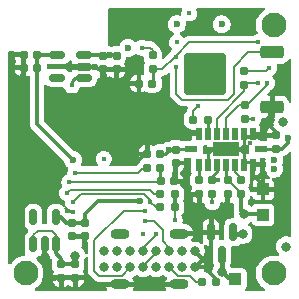
<source format=gbl>
G04 #@! TF.GenerationSoftware,KiCad,Pcbnew,9.0.2*
G04 #@! TF.CreationDate,2025-12-01T11:38:31+01:00*
G04 #@! TF.ProjectId,PCB,5043422e-6b69-4636-9164-5f7063625858,rev?*
G04 #@! TF.SameCoordinates,Original*
G04 #@! TF.FileFunction,Copper,L4,Bot*
G04 #@! TF.FilePolarity,Positive*
%FSLAX46Y46*%
G04 Gerber Fmt 4.6, Leading zero omitted, Abs format (unit mm)*
G04 Created by KiCad (PCBNEW 9.0.2) date 2025-12-01 11:38:31*
%MOMM*%
%LPD*%
G01*
G04 APERTURE LIST*
G04 Aperture macros list*
%AMRoundRect*
0 Rectangle with rounded corners*
0 $1 Rounding radius*
0 $2 $3 $4 $5 $6 $7 $8 $9 X,Y pos of 4 corners*
0 Add a 4 corners polygon primitive as box body*
4,1,4,$2,$3,$4,$5,$6,$7,$8,$9,$2,$3,0*
0 Add four circle primitives for the rounded corners*
1,1,$1+$1,$2,$3*
1,1,$1+$1,$4,$5*
1,1,$1+$1,$6,$7*
1,1,$1+$1,$8,$9*
0 Add four rect primitives between the rounded corners*
20,1,$1+$1,$2,$3,$4,$5,0*
20,1,$1+$1,$4,$5,$6,$7,0*
20,1,$1+$1,$6,$7,$8,$9,0*
20,1,$1+$1,$8,$9,$2,$3,0*%
G04 Aperture macros list end*
G04 #@! TA.AperFunction,ComponentPad*
%ADD10C,2.100000*%
G04 #@! TD*
G04 #@! TA.AperFunction,ComponentPad*
%ADD11C,0.500000*%
G04 #@! TD*
G04 #@! TA.AperFunction,SMDPad,CuDef*
%ADD12RoundRect,0.250000X-0.250000X-0.250000X0.250000X-0.250000X0.250000X0.250000X-0.250000X0.250000X0*%
G04 #@! TD*
G04 #@! TA.AperFunction,SMDPad,CuDef*
%ADD13RoundRect,0.175000X-1.575000X-1.575000X1.575000X-1.575000X1.575000X1.575000X-1.575000X1.575000X0*%
G04 #@! TD*
G04 #@! TA.AperFunction,ComponentPad*
%ADD14C,0.800000*%
G04 #@! TD*
G04 #@! TA.AperFunction,ComponentPad*
%ADD15O,1.600000X0.900000*%
G04 #@! TD*
G04 #@! TA.AperFunction,SMDPad,CuDef*
%ADD16RoundRect,0.160000X-0.160000X0.197500X-0.160000X-0.197500X0.160000X-0.197500X0.160000X0.197500X0*%
G04 #@! TD*
G04 #@! TA.AperFunction,SMDPad,CuDef*
%ADD17RoundRect,0.155000X-0.155000X0.212500X-0.155000X-0.212500X0.155000X-0.212500X0.155000X0.212500X0*%
G04 #@! TD*
G04 #@! TA.AperFunction,SMDPad,CuDef*
%ADD18RoundRect,0.155000X0.212500X0.155000X-0.212500X0.155000X-0.212500X-0.155000X0.212500X-0.155000X0*%
G04 #@! TD*
G04 #@! TA.AperFunction,SMDPad,CuDef*
%ADD19R,0.500000X1.000000*%
G04 #@! TD*
G04 #@! TA.AperFunction,SMDPad,CuDef*
%ADD20R,1.100000X0.500000*%
G04 #@! TD*
G04 #@! TA.AperFunction,SMDPad,CuDef*
%ADD21R,2.320000X1.200000*%
G04 #@! TD*
G04 #@! TA.AperFunction,SMDPad,CuDef*
%ADD22R,1.000000X1.000000*%
G04 #@! TD*
G04 #@! TA.AperFunction,SMDPad,CuDef*
%ADD23RoundRect,0.160000X0.160000X-0.197500X0.160000X0.197500X-0.160000X0.197500X-0.160000X-0.197500X0*%
G04 #@! TD*
G04 #@! TA.AperFunction,SMDPad,CuDef*
%ADD24RoundRect,0.160000X-0.197500X-0.160000X0.197500X-0.160000X0.197500X0.160000X-0.197500X0.160000X0*%
G04 #@! TD*
G04 #@! TA.AperFunction,SMDPad,CuDef*
%ADD25RoundRect,0.150000X-0.150000X0.587500X-0.150000X-0.587500X0.150000X-0.587500X0.150000X0.587500X0*%
G04 #@! TD*
G04 #@! TA.AperFunction,SMDPad,CuDef*
%ADD26RoundRect,0.150000X0.512500X0.150000X-0.512500X0.150000X-0.512500X-0.150000X0.512500X-0.150000X0*%
G04 #@! TD*
G04 #@! TA.AperFunction,SMDPad,CuDef*
%ADD27RoundRect,0.155000X-0.212500X-0.155000X0.212500X-0.155000X0.212500X0.155000X-0.212500X0.155000X0*%
G04 #@! TD*
G04 #@! TA.AperFunction,SMDPad,CuDef*
%ADD28RoundRect,0.150000X0.150000X-0.512500X0.150000X0.512500X-0.150000X0.512500X-0.150000X-0.512500X0*%
G04 #@! TD*
G04 #@! TA.AperFunction,SMDPad,CuDef*
%ADD29RoundRect,0.160000X0.197500X0.160000X-0.197500X0.160000X-0.197500X-0.160000X0.197500X-0.160000X0*%
G04 #@! TD*
G04 #@! TA.AperFunction,SMDPad,CuDef*
%ADD30RoundRect,0.275000X-0.725000X0.275000X-0.725000X-0.275000X0.725000X-0.275000X0.725000X0.275000X0*%
G04 #@! TD*
G04 #@! TA.AperFunction,ViaPad*
%ADD31C,0.600000*%
G04 #@! TD*
G04 #@! TA.AperFunction,ViaPad*
%ADD32C,0.800000*%
G04 #@! TD*
G04 #@! TA.AperFunction,ViaPad*
%ADD33C,0.450000*%
G04 #@! TD*
G04 #@! TA.AperFunction,Conductor*
%ADD34C,0.300000*%
G04 #@! TD*
G04 #@! TA.AperFunction,Conductor*
%ADD35C,0.180000*%
G04 #@! TD*
G04 #@! TA.AperFunction,Conductor*
%ADD36C,0.250000*%
G04 #@! TD*
G04 #@! TA.AperFunction,Conductor*
%ADD37C,0.400000*%
G04 #@! TD*
G04 #@! TA.AperFunction,Conductor*
%ADD38C,0.200000*%
G04 #@! TD*
G04 #@! TA.AperFunction,Conductor*
%ADD39C,0.150000*%
G04 #@! TD*
G04 APERTURE END LIST*
D10*
X110500000Y-89500000D03*
D11*
X103300000Y-92200001D03*
X103300000Y-93600001D03*
X103300000Y-95000001D03*
D12*
X104000000Y-92900001D03*
X104000000Y-94300001D03*
D11*
X104700000Y-92200001D03*
X104700000Y-93600001D03*
D13*
X104700000Y-93600001D03*
D11*
X104700000Y-95000001D03*
D12*
X105400000Y-92900001D03*
X105400000Y-94300001D03*
D11*
X106100000Y-92200001D03*
X106100000Y-93600001D03*
X106100000Y-95000001D03*
D10*
X89500000Y-110500000D03*
X110500000Y-110500000D03*
D14*
X96150000Y-108625000D03*
X97250000Y-108625000D03*
X98350000Y-108625000D03*
X99450000Y-108625000D03*
X100550000Y-108625000D03*
X101650000Y-108625000D03*
X102750000Y-108625000D03*
X103850000Y-108625000D03*
X103850000Y-109975000D03*
X102750000Y-109975000D03*
X101650000Y-109975000D03*
X100550000Y-109975000D03*
X99450000Y-109975000D03*
X98350000Y-109975000D03*
X97250000Y-109975000D03*
X96150000Y-109975000D03*
D15*
X97500000Y-107150000D03*
X97500000Y-111450000D03*
X102500000Y-107150000D03*
X102500000Y-111450000D03*
D16*
X100250000Y-92052500D03*
X100250000Y-93247500D03*
D17*
X93700000Y-109732500D03*
X93700000Y-110867500D03*
X97200000Y-92082500D03*
X97200000Y-93217500D03*
D18*
X90467500Y-92000000D03*
X89332500Y-92000000D03*
D17*
X92500000Y-109732500D03*
X92500000Y-110867500D03*
X110650000Y-98832500D03*
X110650000Y-99967500D03*
D19*
X104200000Y-101300000D03*
X104950000Y-101300000D03*
X105700000Y-101300000D03*
X106450000Y-101300000D03*
X107200000Y-101300000D03*
X107950000Y-101300000D03*
X108700000Y-101300000D03*
D20*
X103500000Y-100000000D03*
D21*
X106450000Y-100000000D03*
D20*
X109400000Y-100000000D03*
D19*
X104200000Y-98700000D03*
X104950000Y-98700000D03*
X105700000Y-98700000D03*
X106450000Y-98700000D03*
X107200000Y-98700000D03*
X107950000Y-98700000D03*
X108700000Y-98700000D03*
D22*
X109600000Y-103400000D03*
D23*
X108000000Y-94547500D03*
X108000000Y-93352500D03*
D24*
X100902500Y-103800000D03*
X102097500Y-103800000D03*
D18*
X102067500Y-102700000D03*
X100932500Y-102700000D03*
D16*
X107700000Y-102605000D03*
X107700000Y-103800000D03*
D25*
X105175000Y-107037500D03*
X107075000Y-107037500D03*
X106125000Y-108912500D03*
D23*
X104200000Y-103817500D03*
X104200000Y-102622500D03*
X99800000Y-101597500D03*
X99800000Y-100402500D03*
D17*
X102200000Y-100032500D03*
X102200000Y-101167500D03*
D24*
X103702500Y-97500000D03*
X104897500Y-97500000D03*
D26*
X94437500Y-92050000D03*
X94437500Y-93000000D03*
X94437500Y-93950000D03*
X92162500Y-93950000D03*
X92162500Y-92050000D03*
D16*
X100900000Y-100402500D03*
X100900000Y-101597500D03*
D27*
X99082500Y-94450000D03*
X100217500Y-94450000D03*
D17*
X93400000Y-106232500D03*
X93400000Y-107367500D03*
D18*
X90467500Y-93100000D03*
X89332500Y-93100000D03*
D16*
X105300000Y-102602500D03*
X105300000Y-103797500D03*
D28*
X92050000Y-108037500D03*
X91100000Y-108037500D03*
X90150000Y-108037500D03*
X90150000Y-105762500D03*
X92050000Y-105762500D03*
D17*
X96000000Y-92082500D03*
X96000000Y-93217500D03*
X106600000Y-102632500D03*
X106600000Y-103767500D03*
D24*
X100902500Y-104900000D03*
X102097500Y-104900000D03*
D29*
X105597500Y-111200000D03*
X104402500Y-111200000D03*
D17*
X94500000Y-106232500D03*
X94500000Y-107367500D03*
D30*
X110375000Y-91800000D03*
X110375000Y-96400000D03*
D16*
X108050000Y-96252500D03*
X108050000Y-97447500D03*
D22*
X109600000Y-105550000D03*
X107250000Y-111000000D03*
D31*
X99200000Y-104400000D03*
D32*
X93700000Y-109000000D03*
D33*
X93400000Y-94600000D03*
D32*
X111537500Y-108237500D03*
X107875000Y-107150000D03*
D31*
X96600000Y-92050000D03*
D32*
X108250000Y-109600000D03*
D31*
X101100000Y-89500000D03*
X111450000Y-93450000D03*
X109400000Y-98950000D03*
D33*
X107150000Y-100300000D03*
D32*
X111550000Y-104400000D03*
D31*
X89300000Y-93900000D03*
D32*
X91100000Y-109150002D03*
D33*
X101150000Y-90200000D03*
D31*
X111500000Y-94750000D03*
X99900000Y-88800000D03*
X92500000Y-96050000D03*
X91900000Y-110867500D03*
D33*
X98350000Y-90500000D03*
D32*
X110200000Y-97550000D03*
X111550000Y-103400000D03*
D31*
X108950000Y-107187500D03*
X96100000Y-93800000D03*
X98200000Y-97100000D03*
X95400000Y-93000000D03*
D33*
X98200000Y-92400000D03*
D31*
X93500000Y-98800000D03*
D33*
X93500000Y-105300000D03*
D31*
X99950000Y-111500000D03*
X101200000Y-97300000D03*
D33*
X107150000Y-99700000D03*
X108550000Y-88500000D03*
D31*
X89450000Y-97850000D03*
X91800000Y-102950000D03*
D33*
X108450000Y-99450000D03*
D31*
X103550000Y-104900000D03*
X98900000Y-101000000D03*
X93450000Y-93000000D03*
D33*
X97500000Y-88750000D03*
X96925000Y-90550000D03*
D31*
X91422421Y-100813574D03*
X98650000Y-88600000D03*
X89400000Y-101950000D03*
X93200000Y-97800000D03*
X88850000Y-106600000D03*
X105250000Y-105700000D03*
D33*
X99350000Y-92380000D03*
D31*
X94500000Y-108000000D03*
D33*
X100050000Y-104450000D03*
X93500000Y-104500000D03*
X93000000Y-103700000D03*
X93200000Y-102800000D03*
X93700000Y-102000000D03*
D31*
X93500000Y-100900000D03*
X106100000Y-89425000D03*
D33*
X102100000Y-106000000D03*
X103350000Y-88500000D03*
X110100000Y-93100000D03*
X99350000Y-91400000D03*
X108750000Y-97400000D03*
D32*
X108000000Y-105500000D03*
D31*
X101600000Y-100100000D03*
X110550000Y-100950000D03*
D33*
X105300000Y-104500000D03*
X104100000Y-96325000D03*
X102300000Y-90950000D03*
D31*
X98170000Y-91420000D03*
D33*
X96100000Y-100800000D03*
D31*
X102300000Y-89425000D03*
X111700000Y-99050000D03*
X110550000Y-101650000D03*
D32*
X111317500Y-97700000D03*
D33*
X109150000Y-94400000D03*
X100500000Y-107200000D03*
X99400000Y-107200000D03*
X109150000Y-90950000D03*
X102200000Y-92200000D03*
X102250000Y-93075000D03*
X105750000Y-102600000D03*
D32*
X106143686Y-110361971D03*
D33*
X109950000Y-94400000D03*
X99600000Y-105200000D03*
X99600000Y-106100000D03*
D34*
X92462500Y-105762500D02*
X92050000Y-105762500D01*
X94500000Y-105500000D02*
X95600000Y-104400000D01*
X93300000Y-106232500D02*
X94500000Y-106232500D01*
X93500000Y-106232500D02*
X92932500Y-106232500D01*
X95600000Y-104400000D02*
X99200000Y-104400000D01*
X94500000Y-106232500D02*
X94500000Y-105500000D01*
X92932500Y-106232500D02*
X92462500Y-105762500D01*
D35*
X90150000Y-107250000D02*
X90150000Y-108037500D01*
X91700000Y-106900000D02*
X90500000Y-106900000D01*
X90500000Y-106900000D02*
X90150000Y-107250000D01*
D36*
X93650000Y-93950000D02*
X93400000Y-94200000D01*
D34*
X96600000Y-92050000D02*
X94437500Y-92050000D01*
X92500000Y-109250000D02*
X92500000Y-109732500D01*
X92500000Y-109732500D02*
X93700000Y-109732500D01*
X92050000Y-108800000D02*
X92500000Y-109250000D01*
X96600000Y-92050000D02*
X97067500Y-92050000D01*
D36*
X94437500Y-93950000D02*
X93650000Y-93950000D01*
D34*
X92050000Y-108037500D02*
X92050000Y-108800000D01*
D36*
X93400000Y-94200000D02*
X93400000Y-94600000D01*
D37*
X107187500Y-107150000D02*
X107075000Y-107037500D01*
D35*
X92050000Y-107250000D02*
X91700000Y-106900000D01*
D34*
X93700000Y-109732500D02*
X93700000Y-109000000D01*
D35*
X92050000Y-108037500D02*
X92050000Y-107250000D01*
D37*
X107875000Y-107150000D02*
X107187500Y-107150000D01*
D34*
X97067500Y-92050000D02*
X97100000Y-92082500D01*
X108700000Y-98950000D02*
X107950000Y-98950000D01*
D38*
X94500000Y-107367500D02*
X94500000Y-108000000D01*
D34*
X109600000Y-103050000D02*
X109600000Y-103400000D01*
X89332500Y-92000000D02*
X89332500Y-93100000D01*
X102400000Y-98500000D02*
X101200000Y-97300000D01*
D38*
X106850000Y-100000000D02*
X106450000Y-100000000D01*
D36*
X107950000Y-101050000D02*
X107950000Y-100350000D01*
X99800000Y-100402500D02*
X99497500Y-100402500D01*
D34*
X110200000Y-96700000D02*
X110500000Y-96400000D01*
X93700000Y-110867500D02*
X92500000Y-110867500D01*
X103550000Y-104900000D02*
X103500000Y-104850000D01*
X95400000Y-93000000D02*
X95617500Y-93217500D01*
X103500000Y-103765000D02*
X102435000Y-102700000D01*
D36*
X102200000Y-102567500D02*
X102200000Y-101167500D01*
D34*
X102435000Y-102700000D02*
X102067500Y-102700000D01*
X96100000Y-93800000D02*
X96100000Y-93217500D01*
D38*
X107150000Y-99700000D02*
X106850000Y-100000000D01*
D36*
X107950000Y-99650000D02*
X107950000Y-98950000D01*
D34*
X109400000Y-98950000D02*
X108700000Y-98950000D01*
X89332500Y-93100000D02*
X89332500Y-93867500D01*
X96100000Y-93317500D02*
X96000000Y-93217500D01*
X110650000Y-98500000D02*
X110650000Y-98832500D01*
X110250000Y-97800000D02*
X110200000Y-97750000D01*
X95617500Y-93217500D02*
X96000000Y-93217500D01*
D37*
X94437500Y-93000000D02*
X93450000Y-93000000D01*
D36*
X108700000Y-101050000D02*
X107950000Y-101050000D01*
X99497500Y-100402500D02*
X98900000Y-101000000D01*
D34*
X91100000Y-108037500D02*
X91100000Y-109150002D01*
D36*
X102067500Y-102700000D02*
X102200000Y-102567500D01*
D34*
X104575000Y-109975000D02*
X103850000Y-109975000D01*
X89332500Y-93867500D02*
X89300000Y-93900000D01*
X110200000Y-97550000D02*
X110200000Y-98050000D01*
X96100000Y-93800000D02*
X96100000Y-93317500D01*
X108700000Y-98950000D02*
X108700000Y-98800000D01*
D36*
X107600000Y-100000000D02*
X107950000Y-99650000D01*
D34*
X94500000Y-107367500D02*
X93400000Y-107367500D01*
X108700000Y-101050000D02*
X108700000Y-102150000D01*
X96100000Y-93217500D02*
X95882500Y-93000000D01*
D36*
X107600000Y-100000000D02*
X105300000Y-100000000D01*
D34*
X105597500Y-110997500D02*
X104575000Y-109975000D01*
X104200000Y-98950000D02*
X104200000Y-98500000D01*
D37*
X105175000Y-107037500D02*
X105175000Y-105775000D01*
D34*
X108700000Y-102150000D02*
X109600000Y-103050000D01*
X106600000Y-104350000D02*
X106600000Y-103767500D01*
D36*
X104950000Y-100350000D02*
X104950000Y-101050000D01*
X105300000Y-100000000D02*
X104950000Y-100350000D01*
D34*
X103500000Y-104850000D02*
X103500000Y-103765000D01*
X105597500Y-111200000D02*
X105597500Y-110997500D01*
X104200000Y-103817500D02*
X103552500Y-103817500D01*
X104200000Y-98500000D02*
X102400000Y-98500000D01*
X109600000Y-103400000D02*
X111550000Y-103400000D01*
X105250000Y-105700000D02*
X106600000Y-104350000D01*
X110200000Y-98050000D02*
X110650000Y-98500000D01*
X91900000Y-110867500D02*
X92500000Y-110867500D01*
D36*
X107950000Y-100350000D02*
X107600000Y-100000000D01*
D34*
X110200000Y-97750000D02*
X110200000Y-96700000D01*
X95400000Y-93000000D02*
X94437500Y-93000000D01*
D37*
X105175000Y-105775000D02*
X105250000Y-105700000D01*
D34*
X103552500Y-103817500D02*
X103500000Y-103765000D01*
D38*
X100902500Y-104900000D02*
X100500000Y-104900000D01*
D35*
X99517194Y-103800000D02*
X100050000Y-104332806D01*
X100050000Y-104332806D02*
X100050000Y-104450000D01*
X94200000Y-103800000D02*
X99517194Y-103800000D01*
X93500000Y-104500000D02*
X94200000Y-103800000D01*
D38*
X100500000Y-104900000D02*
X100050000Y-104450000D01*
D35*
X100400000Y-103800000D02*
X100902500Y-103800000D01*
X100020000Y-103420000D02*
X100400000Y-103800000D01*
X93000000Y-103700000D02*
X93280000Y-103420000D01*
X93280000Y-103420000D02*
X100020000Y-103420000D01*
D36*
X100900000Y-102667500D02*
X100932500Y-102700000D01*
D35*
X93200000Y-102800000D02*
X100832500Y-102800000D01*
D36*
X100900000Y-101597500D02*
X100900000Y-102667500D01*
D35*
X100832500Y-102800000D02*
X100932500Y-102700000D01*
D38*
X99000000Y-102000000D02*
X93700000Y-102000000D01*
X99402500Y-101597500D02*
X99000000Y-102000000D01*
X99800000Y-101597500D02*
X99402500Y-101597500D01*
D34*
X90467500Y-97867500D02*
X93500000Y-100900000D01*
X90467500Y-93100000D02*
X90467500Y-97867500D01*
X92162500Y-92050000D02*
X90517500Y-92050000D01*
X90467500Y-92000000D02*
X90467500Y-93100000D01*
X90517500Y-92050000D02*
X90467500Y-92000000D01*
D36*
X100900000Y-100402500D02*
X101297500Y-100402500D01*
D35*
X104100000Y-96325000D02*
X103702500Y-96722500D01*
D36*
X101297500Y-100402500D02*
X101600000Y-100100000D01*
X103702500Y-97300000D02*
X103502500Y-97500000D01*
D38*
X106600000Y-102697500D02*
X106697500Y-102697500D01*
D34*
X111700000Y-99050000D02*
X111700000Y-99500000D01*
D38*
X100250000Y-92052500D02*
X100250000Y-91600000D01*
X107700000Y-103700000D02*
X107700000Y-103797500D01*
D39*
X108050000Y-97447500D02*
X108702500Y-97447500D01*
D34*
X107700000Y-105200000D02*
X108000000Y-105500000D01*
X102097500Y-103800000D02*
X102097500Y-104900000D01*
D36*
X102232500Y-100000000D02*
X102200000Y-100032500D01*
D38*
X100050000Y-91400000D02*
X99350000Y-91400000D01*
D34*
X108000000Y-105500000D02*
X109550000Y-105500000D01*
D39*
X108702500Y-97447500D02*
X108750000Y-97400000D01*
D38*
X106697500Y-102697500D02*
X107700000Y-103700000D01*
D36*
X106600000Y-102632500D02*
X106450000Y-102482500D01*
D34*
X111232500Y-99967500D02*
X110650000Y-99967500D01*
D38*
X102100000Y-106000000D02*
X102097500Y-105997500D01*
D34*
X109550000Y-105500000D02*
X109600000Y-105550000D01*
X107700000Y-103797500D02*
X107700000Y-105200000D01*
D36*
X106450000Y-102482500D02*
X106450000Y-101050000D01*
X102132500Y-100100000D02*
X102200000Y-100032500D01*
X101600000Y-100100000D02*
X102132500Y-100100000D01*
D38*
X105300000Y-103797500D02*
X105300000Y-104500000D01*
D34*
X111700000Y-99500000D02*
X111232500Y-99967500D01*
D39*
X110100000Y-93100000D02*
X109847500Y-93352500D01*
D36*
X110617500Y-100000000D02*
X109100000Y-100000000D01*
X110650000Y-99967500D02*
X110617500Y-100000000D01*
D35*
X103702500Y-96722500D02*
X103702500Y-97500000D01*
D36*
X103800000Y-100000000D02*
X102232500Y-100000000D01*
X100250000Y-91852500D02*
X100050000Y-92052500D01*
D38*
X100250000Y-91600000D02*
X100050000Y-91400000D01*
D35*
X106600000Y-102632500D02*
X106600000Y-102697500D01*
D38*
X102097500Y-105997500D02*
X102097500Y-104900000D01*
D39*
X109847500Y-93352500D02*
X108000000Y-93352500D01*
X109150000Y-94400000D02*
X109200000Y-94450000D01*
X109150000Y-94400000D02*
X108147500Y-94400000D01*
X108000000Y-94547500D02*
X108000000Y-95100000D01*
X105700000Y-97400000D02*
X105700000Y-98950000D01*
X108147500Y-94400000D02*
X108000000Y-94547500D01*
X108000000Y-95100000D02*
X105700000Y-97400000D01*
D35*
X99450000Y-108350000D02*
X99450000Y-108625000D01*
D38*
X100550000Y-109975000D02*
X100550000Y-109725000D01*
D39*
X100500000Y-107300000D02*
X99450000Y-108350000D01*
D35*
X100500000Y-107200000D02*
X100500000Y-107300000D01*
D36*
X100550000Y-108625000D02*
X100550000Y-108750000D01*
D39*
X100550000Y-108750000D02*
X99450000Y-109850000D01*
D36*
X99450000Y-109850000D02*
X99450000Y-109975000D01*
X100250000Y-93447500D02*
X100050000Y-93247500D01*
D39*
X102200000Y-92200000D02*
X102200000Y-92075000D01*
X102200000Y-92075000D02*
X103325000Y-90950000D01*
D35*
X101052500Y-93247500D02*
X100050000Y-93247500D01*
X102200000Y-92200000D02*
X102100000Y-92200000D01*
D36*
X100250000Y-94417500D02*
X100250000Y-93447500D01*
X100217500Y-94450000D02*
X100250000Y-94417500D01*
D35*
X102100000Y-92200000D02*
X101052500Y-93247500D01*
D39*
X103325000Y-90950000D02*
X109150000Y-90950000D01*
X107100000Y-95350000D02*
X107100000Y-93000000D01*
X102700000Y-95800000D02*
X106650000Y-95800000D01*
X106650000Y-95800000D02*
X107100000Y-95350000D01*
X102250000Y-93075000D02*
X102250000Y-95350000D01*
X108300000Y-91800000D02*
X110500000Y-91800000D01*
X107100000Y-93000000D02*
X108300000Y-91800000D01*
X102250000Y-95350000D02*
X102700000Y-95800000D01*
D36*
X104950000Y-97552500D02*
X104897500Y-97500000D01*
X104950000Y-98950000D02*
X104950000Y-97552500D01*
X105700000Y-101050000D02*
X105700000Y-101902500D01*
X105700000Y-101902500D02*
X105300000Y-102302500D01*
D39*
X105747500Y-102602500D02*
X105300000Y-102602500D01*
X105750000Y-102600000D02*
X105747500Y-102602500D01*
D35*
X107700000Y-102400000D02*
X107700000Y-102602500D01*
X107200000Y-101050000D02*
X107200000Y-101900000D01*
X107200000Y-101900000D02*
X107700000Y-102400000D01*
D36*
X104200000Y-102622500D02*
X104200000Y-101050000D01*
D34*
X106856715Y-111075000D02*
X107425000Y-111075000D01*
D37*
X106143686Y-108931186D02*
X106125000Y-108912500D01*
X106143686Y-110361971D02*
X106143686Y-108931186D01*
D34*
X106143686Y-110361971D02*
X106856715Y-111075000D01*
X107425000Y-111075000D02*
X107550000Y-110950000D01*
D39*
X107547500Y-96252500D02*
X106450000Y-97350000D01*
X106450000Y-97350000D02*
X106450000Y-98950000D01*
X108222500Y-96252500D02*
X108050000Y-96252500D01*
X109950000Y-94400000D02*
X109950000Y-94525000D01*
X109950000Y-94525000D02*
X108222500Y-96252500D01*
X108050000Y-96252500D02*
X107547500Y-96252500D01*
X103900000Y-111200000D02*
X104402500Y-111200000D01*
X102385000Y-110710000D02*
X103410000Y-110710000D01*
X101650000Y-109975000D02*
X102385000Y-110710000D01*
X103410000Y-110710000D02*
X103900000Y-111200000D01*
X95700000Y-110700000D02*
X97625000Y-110700000D01*
X95300000Y-110300000D02*
X95700000Y-110700000D01*
X95300000Y-107700000D02*
X95300000Y-110300000D01*
X99600000Y-105200000D02*
X97800000Y-105200000D01*
X97625000Y-110700000D02*
X98350000Y-109975000D01*
X97800000Y-105200000D02*
X95300000Y-107700000D01*
X101100000Y-107800000D02*
X101650000Y-108350000D01*
X99600000Y-106100000D02*
X100400000Y-106100000D01*
D35*
X101650000Y-108625000D02*
X101650000Y-108350000D01*
D39*
X100400000Y-106100000D02*
X101100000Y-106800000D01*
X101100000Y-106800000D02*
X101100000Y-107800000D01*
G04 #@! TA.AperFunction,Conductor*
G36*
X91242540Y-108057185D02*
G01*
X91288295Y-108109989D01*
X91299501Y-108161500D01*
X91299501Y-108589368D01*
X91299734Y-108592923D01*
X91298974Y-108596318D01*
X91300000Y-108601033D01*
X91300000Y-109099165D01*
X91381444Y-109089386D01*
X91397863Y-109082911D01*
X91467449Y-109076627D01*
X91529386Y-109108962D01*
X91536040Y-109115889D01*
X91544432Y-109125331D01*
X91569480Y-109168716D01*
X91681284Y-109280520D01*
X91681286Y-109280521D01*
X91690936Y-109290171D01*
X91712730Y-109311965D01*
X91746215Y-109373288D01*
X91747988Y-109415830D01*
X91739501Y-109480299D01*
X91739500Y-109480318D01*
X91739500Y-109984695D01*
X91755085Y-110103066D01*
X91755086Y-110103070D01*
X91816094Y-110250358D01*
X91816099Y-110250367D01*
X91834057Y-110273771D01*
X91859250Y-110338940D01*
X91851035Y-110394744D01*
X91800711Y-110522359D01*
X91800710Y-110522361D01*
X91790000Y-110611549D01*
X91790000Y-110667500D01*
X94410000Y-110667500D01*
X94410000Y-110611549D01*
X94399289Y-110522361D01*
X94399287Y-110522355D01*
X94348964Y-110394744D01*
X94346233Y-110364501D01*
X94341193Y-110334550D01*
X94343105Y-110329852D01*
X94342682Y-110325157D01*
X94353295Y-110304828D01*
X94365942Y-110273769D01*
X94383903Y-110250363D01*
X94444915Y-110103067D01*
X94460500Y-109984688D01*
X94460500Y-109480312D01*
X94455460Y-109442031D01*
X94463837Y-109378396D01*
X94517816Y-109248082D01*
X94528883Y-109192446D01*
X94561267Y-109130535D01*
X94621983Y-109095961D01*
X94691753Y-109099700D01*
X94748425Y-109140566D01*
X94774006Y-109205584D01*
X94774500Y-109216637D01*
X94774500Y-110223204D01*
X94774499Y-110223222D01*
X94774499Y-110230817D01*
X94774499Y-110369183D01*
X94801374Y-110469480D01*
X94801373Y-110469480D01*
X94810310Y-110502832D01*
X94810313Y-110502839D01*
X94879492Y-110622661D01*
X94879496Y-110622666D01*
X94984400Y-110727570D01*
X94984406Y-110727575D01*
X95275154Y-111018323D01*
X95275164Y-111018334D01*
X95279494Y-111022664D01*
X95279495Y-111022665D01*
X95377335Y-111120505D01*
X95377337Y-111120506D01*
X95377338Y-111120507D01*
X95428422Y-111150000D01*
X95497164Y-111189688D01*
X95534485Y-111199688D01*
X95630816Y-111225500D01*
X95630817Y-111225500D01*
X96244376Y-111225500D01*
X96311415Y-111245185D01*
X96316824Y-111250000D01*
X96925735Y-111250000D01*
X96909940Y-111265795D01*
X96870444Y-111334204D01*
X96850000Y-111410504D01*
X96850000Y-111489496D01*
X96870444Y-111565796D01*
X96909940Y-111634205D01*
X96925735Y-111650000D01*
X96323130Y-111650000D01*
X96332663Y-111697928D01*
X96332665Y-111697936D01*
X96386559Y-111828047D01*
X96394028Y-111897517D01*
X96362753Y-111959996D01*
X96302664Y-111995648D01*
X96271998Y-111999500D01*
X90370551Y-111999500D01*
X90303512Y-111979815D01*
X90257757Y-111927011D01*
X90247813Y-111857853D01*
X90276838Y-111794297D01*
X90297662Y-111775184D01*
X90477510Y-111644517D01*
X90644517Y-111477510D01*
X90783343Y-111286433D01*
X90866387Y-111123450D01*
X91790000Y-111123450D01*
X91800710Y-111212638D01*
X91856681Y-111354571D01*
X91948865Y-111476134D01*
X92070428Y-111568318D01*
X92212362Y-111624289D01*
X92300000Y-111634812D01*
X92700000Y-111634812D01*
X92787637Y-111624289D01*
X92929571Y-111568318D01*
X92929572Y-111568318D01*
X93025074Y-111495896D01*
X93090386Y-111471072D01*
X93158750Y-111485500D01*
X93174926Y-111495896D01*
X93270428Y-111568318D01*
X93412362Y-111624289D01*
X93500000Y-111634812D01*
X93900000Y-111634812D01*
X93987637Y-111624289D01*
X94129571Y-111568318D01*
X94251134Y-111476134D01*
X94343318Y-111354571D01*
X94399289Y-111212638D01*
X94410000Y-111123450D01*
X94410000Y-111067500D01*
X93900000Y-111067500D01*
X93900000Y-111634812D01*
X93500000Y-111634812D01*
X93500000Y-111067500D01*
X92700000Y-111067500D01*
X92700000Y-111634812D01*
X92300000Y-111634812D01*
X92300000Y-111067500D01*
X91790000Y-111067500D01*
X91790000Y-111123450D01*
X90866387Y-111123450D01*
X90890568Y-111075992D01*
X90963553Y-110851368D01*
X90968269Y-110821590D01*
X91000500Y-110618097D01*
X91000500Y-110381902D01*
X90963553Y-110148631D01*
X90901973Y-109959109D01*
X90890568Y-109924008D01*
X90890566Y-109924005D01*
X90890566Y-109924003D01*
X90799358Y-109744999D01*
X90783343Y-109713567D01*
X90644517Y-109522490D01*
X90477510Y-109355483D01*
X90475028Y-109353679D01*
X90455866Y-109339757D01*
X90452464Y-109335345D01*
X90447398Y-109333022D01*
X90431359Y-109307976D01*
X90413200Y-109284427D01*
X90412723Y-109278874D01*
X90409719Y-109274183D01*
X90409766Y-109244446D01*
X90407222Y-109214814D01*
X90409822Y-109209886D01*
X90409831Y-109204313D01*
X90425953Y-109179315D01*
X90439829Y-109153019D01*
X90445476Y-109149044D01*
X90447701Y-109145596D01*
X90469317Y-109132267D01*
X90477423Y-109126563D01*
X90479325Y-109125697D01*
X90602841Y-109074536D01*
X90618852Y-109062250D01*
X90631759Y-109056381D01*
X90652870Y-109053380D01*
X90672765Y-109045688D01*
X90689577Y-109048162D01*
X90700933Y-109046549D01*
X90711482Y-109051387D01*
X90728578Y-109053904D01*
X90818553Y-109089385D01*
X90900000Y-109099165D01*
X90900000Y-108601050D01*
X90900265Y-108592941D01*
X90900497Y-108589381D01*
X90900500Y-108589361D01*
X90900499Y-108161497D01*
X90920183Y-108094461D01*
X90972987Y-108048706D01*
X91024499Y-108037500D01*
X91175501Y-108037500D01*
X91242540Y-108057185D01*
G37*
G04 #@! TD.AperFunction*
G04 #@! TA.AperFunction,Conductor*
G36*
X101165167Y-110674026D02*
G01*
X101168872Y-110676407D01*
X101247137Y-110728703D01*
X101247138Y-110728703D01*
X101247139Y-110728704D01*
X101275186Y-110740321D01*
X101391489Y-110788496D01*
X101445891Y-110832336D01*
X101467956Y-110898630D01*
X101450677Y-110966329D01*
X101447138Y-110971945D01*
X101396740Y-111047372D01*
X101332665Y-111202063D01*
X101332663Y-111202071D01*
X101323130Y-111250000D01*
X101925735Y-111250000D01*
X101909940Y-111265795D01*
X101870444Y-111334204D01*
X101850000Y-111410504D01*
X101850000Y-111489496D01*
X101870444Y-111565796D01*
X101909940Y-111634205D01*
X101925735Y-111650000D01*
X101323130Y-111650000D01*
X101332663Y-111697928D01*
X101332665Y-111697936D01*
X101386559Y-111828047D01*
X101394028Y-111897517D01*
X101362753Y-111959996D01*
X101302664Y-111995648D01*
X101271998Y-111999500D01*
X98728002Y-111999500D01*
X98660963Y-111979815D01*
X98615208Y-111927011D01*
X98605264Y-111857853D01*
X98613441Y-111828047D01*
X98667334Y-111697936D01*
X98667336Y-111697928D01*
X98676870Y-111650000D01*
X98074265Y-111650000D01*
X98090060Y-111634205D01*
X98129556Y-111565796D01*
X98150000Y-111489496D01*
X98150000Y-111410504D01*
X98129556Y-111334204D01*
X98090060Y-111265795D01*
X98074265Y-111250000D01*
X98676870Y-111250000D01*
X98667336Y-111202071D01*
X98667334Y-111202063D01*
X98603260Y-111047375D01*
X98552861Y-110971946D01*
X98531984Y-110905269D01*
X98550469Y-110837889D01*
X98602448Y-110791199D01*
X98608489Y-110788505D01*
X98752863Y-110728703D01*
X98831110Y-110676419D01*
X98897786Y-110655542D01*
X98965167Y-110674026D01*
X98968872Y-110676407D01*
X99047137Y-110728703D01*
X99047138Y-110728703D01*
X99047139Y-110728704D01*
X99082201Y-110743227D01*
X99201918Y-110792816D01*
X99346576Y-110821590D01*
X99366228Y-110825499D01*
X99366232Y-110825500D01*
X99366233Y-110825500D01*
X99533768Y-110825500D01*
X99533769Y-110825499D01*
X99698082Y-110792816D01*
X99852863Y-110728703D01*
X99931110Y-110676419D01*
X99997786Y-110655542D01*
X100065167Y-110674026D01*
X100068872Y-110676407D01*
X100147137Y-110728703D01*
X100147138Y-110728703D01*
X100147139Y-110728704D01*
X100182201Y-110743227D01*
X100301918Y-110792816D01*
X100446576Y-110821590D01*
X100466228Y-110825499D01*
X100466232Y-110825500D01*
X100466233Y-110825500D01*
X100633768Y-110825500D01*
X100633769Y-110825499D01*
X100798082Y-110792816D01*
X100952863Y-110728703D01*
X101031110Y-110676419D01*
X101097786Y-110655542D01*
X101165167Y-110674026D01*
G37*
G04 #@! TD.AperFunction*
G04 #@! TA.AperFunction,Conductor*
G36*
X111918834Y-100232915D02*
G01*
X111974768Y-100274786D01*
X111999184Y-100340251D01*
X111999500Y-100349096D01*
X111999500Y-107322712D01*
X111979815Y-107389751D01*
X111927011Y-107435506D01*
X111857853Y-107445450D01*
X111828049Y-107437274D01*
X111803365Y-107427050D01*
X111785582Y-107419684D01*
X111785578Y-107419683D01*
X111785574Y-107419682D01*
X111621271Y-107387000D01*
X111621267Y-107387000D01*
X111453733Y-107387000D01*
X111453728Y-107387000D01*
X111289425Y-107419682D01*
X111289417Y-107419684D01*
X111134639Y-107483795D01*
X110995337Y-107576873D01*
X110876873Y-107695337D01*
X110783795Y-107834639D01*
X110719684Y-107989417D01*
X110719682Y-107989425D01*
X110687000Y-108153728D01*
X110687000Y-108321271D01*
X110719682Y-108485574D01*
X110719684Y-108485582D01*
X110783795Y-108640360D01*
X110876873Y-108779662D01*
X110916927Y-108819716D01*
X110950412Y-108881039D01*
X110945428Y-108950731D01*
X110903556Y-109006664D01*
X110838092Y-109031081D01*
X110809848Y-109029870D01*
X110618097Y-108999500D01*
X110618092Y-108999500D01*
X110381908Y-108999500D01*
X110381903Y-108999500D01*
X110148631Y-109036446D01*
X109924003Y-109109433D01*
X109713566Y-109216657D01*
X109612384Y-109290171D01*
X109522490Y-109355483D01*
X109522488Y-109355485D01*
X109522487Y-109355485D01*
X109355485Y-109522487D01*
X109355485Y-109522488D01*
X109355483Y-109522490D01*
X109319412Y-109572137D01*
X109216657Y-109713566D01*
X109109433Y-109924003D01*
X109036446Y-110148631D01*
X108999500Y-110381902D01*
X108999500Y-110618097D01*
X109036446Y-110851368D01*
X109109433Y-111075996D01*
X109190705Y-111235500D01*
X109216657Y-111286433D01*
X109355483Y-111477510D01*
X109522490Y-111644517D01*
X109702335Y-111775183D01*
X109745000Y-111830512D01*
X109750979Y-111900126D01*
X109718373Y-111961920D01*
X109657534Y-111996278D01*
X109629449Y-111999500D01*
X108186890Y-111999500D01*
X108119851Y-111979815D01*
X108074096Y-111927011D01*
X108064152Y-111857853D01*
X108087120Y-111801867D01*
X108152790Y-111712886D01*
X108152789Y-111712886D01*
X108152793Y-111712882D01*
X108176716Y-111644514D01*
X108197646Y-111584701D01*
X108197646Y-111584699D01*
X108200500Y-111554269D01*
X108200500Y-110445730D01*
X108197646Y-110415300D01*
X108197646Y-110415298D01*
X108158990Y-110304828D01*
X108152793Y-110287118D01*
X108072150Y-110177850D01*
X107962882Y-110097207D01*
X107962880Y-110097206D01*
X107834700Y-110052353D01*
X107804270Y-110049500D01*
X107804266Y-110049500D01*
X107017685Y-110049500D01*
X106950646Y-110029815D01*
X106912261Y-109990782D01*
X106906969Y-109982236D01*
X106897389Y-109959108D01*
X106832662Y-109862238D01*
X106831526Y-109860403D01*
X106822789Y-109828695D01*
X106812970Y-109797334D01*
X106813450Y-109794798D01*
X106812967Y-109793043D01*
X106815050Y-109786363D01*
X106822389Y-109747668D01*
X106823495Y-109744999D01*
X106860044Y-109656762D01*
X106875500Y-109539361D01*
X106875499Y-108349498D01*
X106895184Y-108282460D01*
X106947987Y-108236705D01*
X106999495Y-108225499D01*
X107264360Y-108225499D01*
X107264363Y-108225499D01*
X107381753Y-108210046D01*
X107381757Y-108210044D01*
X107381762Y-108210044D01*
X107527841Y-108149536D01*
X107653282Y-108053282D01*
X107659742Y-108044862D01*
X107716167Y-108003656D01*
X107782315Y-107998726D01*
X107791233Y-108000500D01*
X107958768Y-108000500D01*
X107958769Y-108000499D01*
X108123082Y-107967816D01*
X108277863Y-107903703D01*
X108417162Y-107810626D01*
X108535626Y-107692162D01*
X108628703Y-107552863D01*
X108692816Y-107398082D01*
X108725500Y-107233767D01*
X108725500Y-107066233D01*
X108692816Y-106901918D01*
X108630039Y-106750363D01*
X108628704Y-106747139D01*
X108613961Y-106725075D01*
X108596285Y-106698620D01*
X108535626Y-106607837D01*
X108417165Y-106489376D01*
X108417161Y-106489373D01*
X108386849Y-106469119D01*
X108342044Y-106415507D01*
X108333337Y-106346182D01*
X108363492Y-106283154D01*
X108387749Y-106262320D01*
X108397508Y-106255920D01*
X108402863Y-106253703D01*
X108506209Y-106184648D01*
X108506653Y-106184358D01*
X108539572Y-106174363D01*
X108572430Y-106164075D01*
X108572970Y-106164223D01*
X108573509Y-106164060D01*
X108606652Y-106173463D01*
X108639810Y-106182559D01*
X108640185Y-106182976D01*
X108640726Y-106183130D01*
X108663512Y-106208946D01*
X108686501Y-106234538D01*
X108686851Y-106235388D01*
X108686962Y-106235513D01*
X108686996Y-106235738D01*
X108691679Y-106247085D01*
X108697207Y-106262882D01*
X108777850Y-106372150D01*
X108887118Y-106452793D01*
X108929845Y-106467744D01*
X109015299Y-106497646D01*
X109045730Y-106500500D01*
X109045734Y-106500500D01*
X110154270Y-106500500D01*
X110184699Y-106497646D01*
X110184701Y-106497646D01*
X110248790Y-106475219D01*
X110312882Y-106452793D01*
X110422150Y-106372150D01*
X110502793Y-106262882D01*
X110525833Y-106197036D01*
X110547646Y-106134701D01*
X110547646Y-106134699D01*
X110550500Y-106104269D01*
X110550500Y-104995730D01*
X110547646Y-104965300D01*
X110547646Y-104965298D01*
X110502793Y-104837119D01*
X110502792Y-104837117D01*
X110490144Y-104819979D01*
X110422150Y-104727850D01*
X110312882Y-104647207D01*
X110312880Y-104647206D01*
X110184700Y-104602353D01*
X110154270Y-104599500D01*
X110154266Y-104599500D01*
X109045734Y-104599500D01*
X109045730Y-104599500D01*
X109015300Y-104602353D01*
X109015298Y-104602353D01*
X108887119Y-104647206D01*
X108887117Y-104647207D01*
X108777850Y-104727850D01*
X108715154Y-104812800D01*
X108712034Y-104815168D01*
X108710468Y-104818759D01*
X108684436Y-104836122D01*
X108659506Y-104855051D01*
X108655599Y-104855357D01*
X108652342Y-104857530D01*
X108621062Y-104858063D01*
X108589850Y-104860509D01*
X108585265Y-104858673D01*
X108582483Y-104858721D01*
X108562046Y-104849378D01*
X108550133Y-104844609D01*
X108542955Y-104840167D01*
X108542162Y-104839374D01*
X108402863Y-104746297D01*
X108367783Y-104731766D01*
X108359249Y-104726485D01*
X108342350Y-104707642D01*
X108322643Y-104691761D01*
X108319418Y-104682071D01*
X108312600Y-104674469D01*
X108308571Y-104649479D01*
X108300579Y-104625466D01*
X108300500Y-104621042D01*
X108300500Y-104471739D01*
X108320185Y-104404700D01*
X108336822Y-104384055D01*
X108346219Y-104374658D01*
X108346223Y-104374654D01*
X108424742Y-104241886D01*
X108467776Y-104093762D01*
X108470500Y-104059150D01*
X108470500Y-104056066D01*
X108490185Y-103989027D01*
X108542989Y-103943272D01*
X108612147Y-103933328D01*
X108675703Y-103962353D01*
X108712433Y-104017754D01*
X108714836Y-104025154D01*
X108772356Y-104138041D01*
X108772363Y-104138050D01*
X108861949Y-104227636D01*
X108861953Y-104227639D01*
X108974855Y-104285166D01*
X109068514Y-104299999D01*
X109399999Y-104299999D01*
X109800000Y-104299999D01*
X110131479Y-104299999D01*
X110225149Y-104285164D01*
X110225155Y-104285162D01*
X110338041Y-104227643D01*
X110338050Y-104227636D01*
X110427636Y-104138050D01*
X110427639Y-104138046D01*
X110485166Y-104025144D01*
X110500000Y-103931486D01*
X110500000Y-103600000D01*
X109800000Y-103600000D01*
X109800000Y-104299999D01*
X109399999Y-104299999D01*
X109400000Y-104299998D01*
X109400000Y-103600000D01*
X108700000Y-103600000D01*
X108681754Y-103618246D01*
X108620431Y-103651730D01*
X108550739Y-103646745D01*
X108494806Y-103604874D01*
X108470456Y-103540292D01*
X108467776Y-103506239D01*
X108467775Y-103506233D01*
X108424744Y-103358118D01*
X108423263Y-103355614D01*
X108370040Y-103265618D01*
X108352858Y-103197898D01*
X108370039Y-103139382D01*
X108424742Y-103046886D01*
X108424742Y-103046882D01*
X108424744Y-103046881D01*
X108445408Y-102975754D01*
X108700000Y-102975754D01*
X108700000Y-103200000D01*
X109400000Y-103200000D01*
X109400000Y-102500000D01*
X109068520Y-102500000D01*
X108974850Y-102514835D01*
X108974844Y-102514837D01*
X108861958Y-102572356D01*
X108861949Y-102572363D01*
X108772363Y-102661949D01*
X108772360Y-102661953D01*
X108716685Y-102771222D01*
X108700000Y-102975754D01*
X108445408Y-102975754D01*
X108453429Y-102948144D01*
X108453428Y-102948144D01*
X108467776Y-102898762D01*
X108470500Y-102864150D01*
X108470500Y-102345850D01*
X108467776Y-102311238D01*
X108467771Y-102311222D01*
X108467259Y-102308414D01*
X108467427Y-102306810D01*
X108467279Y-102304921D01*
X108467629Y-102304893D01*
X108474571Y-102238928D01*
X108500000Y-102200776D01*
X108500000Y-102199999D01*
X108900000Y-102199999D01*
X108981479Y-102199999D01*
X109075149Y-102185164D01*
X109075155Y-102185162D01*
X109188041Y-102127643D01*
X109188050Y-102127636D01*
X109277636Y-102038050D01*
X109277639Y-102038046D01*
X109335166Y-101925144D01*
X109350000Y-101831486D01*
X109350000Y-101500000D01*
X108900000Y-101500000D01*
X108900000Y-102199999D01*
X108500000Y-102199999D01*
X108500000Y-101424000D01*
X108519685Y-101356961D01*
X108572489Y-101311206D01*
X108624000Y-101300000D01*
X108700000Y-101300000D01*
X108700000Y-101224000D01*
X108719685Y-101156961D01*
X108772489Y-101111206D01*
X108824000Y-101100000D01*
X109349999Y-101100000D01*
X109349999Y-100824500D01*
X109352549Y-100815814D01*
X109351261Y-100806853D01*
X109362239Y-100782812D01*
X109369684Y-100757461D01*
X109376524Y-100751533D01*
X109380286Y-100743297D01*
X109402520Y-100729007D01*
X109422488Y-100711706D01*
X109433002Y-100709418D01*
X109439064Y-100705523D01*
X109473999Y-100700500D01*
X109683331Y-100700500D01*
X109750370Y-100720185D01*
X109796125Y-100772989D01*
X109806069Y-100842147D01*
X109804948Y-100848692D01*
X109799500Y-100876079D01*
X109799500Y-100876082D01*
X109799500Y-101023918D01*
X109799500Y-101023920D01*
X109799499Y-101023920D01*
X109828340Y-101168906D01*
X109828342Y-101168914D01*
X109862984Y-101252548D01*
X109870453Y-101322018D01*
X109862984Y-101347452D01*
X109828342Y-101431085D01*
X109828340Y-101431093D01*
X109799500Y-101576079D01*
X109799500Y-101576082D01*
X109799500Y-101723918D01*
X109799500Y-101723920D01*
X109799499Y-101723920D01*
X109828340Y-101868907D01*
X109828343Y-101868917D01*
X109884912Y-102005488D01*
X109884919Y-102005501D01*
X109967048Y-102128415D01*
X109967051Y-102128419D01*
X110071580Y-102232948D01*
X110071584Y-102232951D01*
X110131368Y-102272898D01*
X110176173Y-102326510D01*
X110184880Y-102395835D01*
X110154725Y-102458863D01*
X110095282Y-102495582D01*
X110062477Y-102500000D01*
X109800000Y-102500000D01*
X109800000Y-103200000D01*
X110499999Y-103200000D01*
X110499999Y-102868520D01*
X110485164Y-102774850D01*
X110485162Y-102774844D01*
X110427643Y-102661958D01*
X110427636Y-102661949D01*
X110377382Y-102611695D01*
X110343897Y-102550372D01*
X110348881Y-102480680D01*
X110390753Y-102424747D01*
X110456217Y-102400330D01*
X110469990Y-102400515D01*
X110469990Y-102400500D01*
X110623920Y-102400500D01*
X110721462Y-102381096D01*
X110768913Y-102371658D01*
X110905495Y-102315084D01*
X111028416Y-102232951D01*
X111132951Y-102128416D01*
X111215084Y-102005495D01*
X111271658Y-101868913D01*
X111287530Y-101789120D01*
X111300500Y-101723920D01*
X111300500Y-101576079D01*
X111271659Y-101431092D01*
X111271658Y-101431091D01*
X111271658Y-101431087D01*
X111237014Y-101347450D01*
X111229546Y-101277984D01*
X111237015Y-101252548D01*
X111271658Y-101168913D01*
X111300500Y-101023918D01*
X111300500Y-100876082D01*
X111300500Y-100876079D01*
X111271659Y-100731092D01*
X111271658Y-100731091D01*
X111271658Y-100731087D01*
X111268947Y-100724543D01*
X111267731Y-100713233D01*
X111262299Y-100703243D01*
X111264065Y-100679126D01*
X111261480Y-100655076D01*
X111266572Y-100644903D01*
X111267403Y-100633561D01*
X111281928Y-100614226D01*
X111292756Y-100592597D01*
X111303623Y-100585349D01*
X111309371Y-100577699D01*
X111330321Y-100567544D01*
X111340377Y-100560838D01*
X111345804Y-100558824D01*
X111464285Y-100527077D01*
X111514404Y-100498139D01*
X111601216Y-100448020D01*
X111713020Y-100336216D01*
X111713021Y-100336213D01*
X111787821Y-100261412D01*
X111849143Y-100227930D01*
X111918834Y-100232915D01*
G37*
G04 #@! TD.AperFunction*
G04 #@! TA.AperFunction,Conductor*
G36*
X103442539Y-100720185D02*
G01*
X103488294Y-100772989D01*
X103499500Y-100824500D01*
X103499500Y-101854269D01*
X103502353Y-101884698D01*
X103538288Y-101987394D01*
X103541849Y-102057172D01*
X103527978Y-102091469D01*
X103475257Y-102180615D01*
X103475256Y-102180618D01*
X103432224Y-102328733D01*
X103432223Y-102328739D01*
X103429500Y-102363342D01*
X103429500Y-102881657D01*
X103432223Y-102916260D01*
X103432224Y-102916266D01*
X103475256Y-103064381D01*
X103475257Y-103064384D01*
X103556981Y-103202573D01*
X103574164Y-103270297D01*
X103552004Y-103336560D01*
X103549061Y-103340609D01*
X103547284Y-103342952D01*
X103547279Y-103342961D01*
X103490807Y-103486163D01*
X103480000Y-103576163D01*
X103480000Y-103617500D01*
X104076000Y-103617500D01*
X104143039Y-103637185D01*
X104188794Y-103689989D01*
X104200000Y-103741500D01*
X104200000Y-103817500D01*
X104276000Y-103817500D01*
X104343039Y-103837185D01*
X104388794Y-103889989D01*
X104400000Y-103941500D01*
X104400000Y-104574999D01*
X104403837Y-104574999D01*
X104501730Y-104563245D01*
X104501971Y-104565253D01*
X104561063Y-104567493D01*
X104618368Y-104607466D01*
X104643265Y-104660868D01*
X104650459Y-104697033D01*
X104650461Y-104697040D01*
X104701376Y-104819961D01*
X104701386Y-104819979D01*
X104775301Y-104930601D01*
X104775307Y-104930609D01*
X104869390Y-105024692D01*
X104869398Y-105024698D01*
X104980020Y-105098613D01*
X104980023Y-105098614D01*
X104980031Y-105098620D01*
X104980037Y-105098622D01*
X104980038Y-105098623D01*
X105102959Y-105149538D01*
X105102964Y-105149540D01*
X105102968Y-105149540D01*
X105102969Y-105149541D01*
X105233466Y-105175500D01*
X105233469Y-105175500D01*
X105366533Y-105175500D01*
X105463243Y-105156262D01*
X105497036Y-105149540D01*
X105619969Y-105098620D01*
X105730606Y-105024695D01*
X105824695Y-104930606D01*
X105898620Y-104819969D01*
X105949540Y-104697036D01*
X105968374Y-104602354D01*
X105975500Y-104566533D01*
X105976097Y-104560471D01*
X105978279Y-104560685D01*
X105995185Y-104503113D01*
X106047989Y-104457358D01*
X106117147Y-104447414D01*
X106161928Y-104466131D01*
X106163036Y-104464162D01*
X106170428Y-104468318D01*
X106312362Y-104524289D01*
X106400000Y-104534812D01*
X106400000Y-103891500D01*
X106402550Y-103882814D01*
X106401262Y-103873853D01*
X106412240Y-103849812D01*
X106419685Y-103824461D01*
X106426525Y-103818533D01*
X106430287Y-103810297D01*
X106452521Y-103796007D01*
X106472489Y-103778706D01*
X106483003Y-103776418D01*
X106489065Y-103772523D01*
X106524000Y-103767500D01*
X106676000Y-103767500D01*
X106743039Y-103787185D01*
X106788794Y-103839989D01*
X106800000Y-103891500D01*
X106800000Y-104534812D01*
X106887637Y-104524289D01*
X106930010Y-104507580D01*
X106999597Y-104501299D01*
X107061533Y-104533636D01*
X107096154Y-104594325D01*
X107099500Y-104622935D01*
X107099500Y-105113330D01*
X107099499Y-105113348D01*
X107099499Y-105279054D01*
X107099498Y-105279054D01*
X107099499Y-105279057D01*
X107140167Y-105430831D01*
X107142527Y-105439636D01*
X107142288Y-105439699D01*
X107148832Y-105465508D01*
X107149500Y-105471916D01*
X107149500Y-105583767D01*
X107173998Y-105706929D01*
X107174594Y-105712644D01*
X107169274Y-105741592D01*
X107166651Y-105770901D01*
X107163032Y-105775558D01*
X107161966Y-105781363D01*
X107141839Y-105802840D01*
X107123788Y-105826078D01*
X107118224Y-105828040D01*
X107114190Y-105832346D01*
X107085647Y-105839532D01*
X107057898Y-105849322D01*
X107051263Y-105849500D01*
X106885636Y-105849500D01*
X106768246Y-105864953D01*
X106768237Y-105864956D01*
X106622160Y-105925463D01*
X106496718Y-106021718D01*
X106400463Y-106147160D01*
X106339956Y-106293237D01*
X106339955Y-106293239D01*
X106324502Y-106410619D01*
X106324500Y-106410645D01*
X106324500Y-107600500D01*
X106321949Y-107609185D01*
X106323238Y-107618147D01*
X106312259Y-107642187D01*
X106304815Y-107667539D01*
X106297974Y-107673466D01*
X106294213Y-107681703D01*
X106271978Y-107695992D01*
X106252011Y-107713294D01*
X106241496Y-107715581D01*
X106235435Y-107719477D01*
X106200500Y-107724500D01*
X105999000Y-107724500D01*
X105931961Y-107704815D01*
X105886206Y-107652011D01*
X105875000Y-107600500D01*
X105875000Y-107237500D01*
X105375000Y-107237500D01*
X105375000Y-108200097D01*
X105375536Y-108200953D01*
X105379101Y-108250686D01*
X105374500Y-108285641D01*
X105374500Y-109539363D01*
X105389953Y-109656753D01*
X105389957Y-109656765D01*
X105441912Y-109782196D01*
X105449381Y-109851665D01*
X105430454Y-109898538D01*
X105389982Y-109959109D01*
X105325870Y-110113888D01*
X105325868Y-110113896D01*
X105293186Y-110278199D01*
X105293186Y-110395757D01*
X105287943Y-110413609D01*
X105287705Y-110432216D01*
X105278303Y-110446439D01*
X105273501Y-110462796D01*
X105259440Y-110474979D01*
X105249179Y-110490505D01*
X105224542Y-110505219D01*
X105220697Y-110508551D01*
X105219245Y-110509203D01*
X105095753Y-110563695D01*
X105074930Y-110566416D01*
X105055295Y-110573877D01*
X105040978Y-110570854D01*
X105026473Y-110572750D01*
X105007482Y-110563781D01*
X104986933Y-110559442D01*
X104982573Y-110556981D01*
X104844384Y-110475257D01*
X104844381Y-110475256D01*
X104696266Y-110432224D01*
X104690026Y-110431085D01*
X104690529Y-110428328D01*
X104636599Y-110407685D01*
X104595209Y-110351395D01*
X104590822Y-110281663D01*
X104597198Y-110261605D01*
X104619255Y-110208356D01*
X104619258Y-110208343D01*
X104649999Y-110053797D01*
X104650000Y-110053794D01*
X104650000Y-109896206D01*
X104649999Y-109896202D01*
X104619258Y-109741656D01*
X104619256Y-109741648D01*
X104558952Y-109596059D01*
X104540057Y-109567782D01*
X104100000Y-110007839D01*
X104100000Y-109925272D01*
X104061940Y-109833386D01*
X103991614Y-109763060D01*
X103899728Y-109725000D01*
X103817156Y-109725000D01*
X104242156Y-109299999D01*
X103817157Y-108875000D01*
X103899728Y-108875000D01*
X103991614Y-108836940D01*
X104061940Y-108766614D01*
X104100000Y-108674728D01*
X104100000Y-108592159D01*
X104540057Y-109032216D01*
X104540058Y-109032215D01*
X104558950Y-109003943D01*
X104558953Y-109003938D01*
X104619255Y-108858355D01*
X104619258Y-108858343D01*
X104649999Y-108703797D01*
X104650000Y-108703794D01*
X104650000Y-108546206D01*
X104649999Y-108546202D01*
X104619258Y-108391656D01*
X104619256Y-108391648D01*
X104562412Y-108254415D01*
X104554943Y-108184946D01*
X104586218Y-108122467D01*
X104646307Y-108086814D01*
X104716132Y-108089307D01*
X104745497Y-108104784D01*
X104745510Y-108104763D01*
X104746298Y-108105206D01*
X104751895Y-108108156D01*
X104752899Y-108108917D01*
X104752902Y-108108919D01*
X104893557Y-108164386D01*
X104975000Y-108174165D01*
X104975000Y-107237500D01*
X104475000Y-107237500D01*
X104475000Y-107668053D01*
X104485613Y-107756443D01*
X104517422Y-107837103D01*
X104523703Y-107906690D01*
X104491366Y-107968626D01*
X104430677Y-108003247D01*
X104360905Y-107999562D01*
X104333176Y-107985695D01*
X104228948Y-107916052D01*
X104228939Y-107916047D01*
X104083351Y-107855743D01*
X104083343Y-107855741D01*
X103928797Y-107825000D01*
X103771208Y-107825000D01*
X103661236Y-107846874D01*
X103591645Y-107840645D01*
X103536468Y-107797782D01*
X103513224Y-107731892D01*
X103529292Y-107663895D01*
X103533944Y-107656365D01*
X103603260Y-107552625D01*
X103667334Y-107397936D01*
X103667336Y-107397928D01*
X103676870Y-107350000D01*
X103074265Y-107350000D01*
X103090060Y-107334205D01*
X103129556Y-107265796D01*
X103150000Y-107189496D01*
X103150000Y-107110504D01*
X103129556Y-107034204D01*
X103090060Y-106965795D01*
X103074265Y-106950000D01*
X103676870Y-106950000D01*
X103667336Y-106902071D01*
X103667334Y-106902063D01*
X103603259Y-106747372D01*
X103603259Y-106747371D01*
X103510241Y-106608160D01*
X103510235Y-106608152D01*
X103391847Y-106489764D01*
X103391839Y-106489758D01*
X103267902Y-106406946D01*
X104475000Y-106406946D01*
X104475000Y-106837500D01*
X104975000Y-106837500D01*
X105375000Y-106837500D01*
X105875000Y-106837500D01*
X105875000Y-106406946D01*
X105864386Y-106318556D01*
X105808920Y-106177904D01*
X105717564Y-106057435D01*
X105597095Y-105966079D01*
X105456443Y-105910613D01*
X105375000Y-105900832D01*
X105375000Y-106837500D01*
X104975000Y-106837500D01*
X104975000Y-105900832D01*
X104893557Y-105910613D01*
X104893556Y-105910613D01*
X104752904Y-105966079D01*
X104632435Y-106057435D01*
X104541079Y-106177904D01*
X104485613Y-106318556D01*
X104475000Y-106406946D01*
X103267902Y-106406946D01*
X103252628Y-106396740D01*
X103097936Y-106332665D01*
X103097928Y-106332663D01*
X102933721Y-106300000D01*
X102880154Y-106300000D01*
X102813115Y-106280315D01*
X102767360Y-106227511D01*
X102757416Y-106158353D01*
X102758537Y-106151808D01*
X102775500Y-106066533D01*
X102775500Y-105933466D01*
X102749541Y-105802969D01*
X102749540Y-105802968D01*
X102749540Y-105802964D01*
X102698620Y-105680031D01*
X102690959Y-105668566D01*
X102670082Y-105601889D01*
X102688567Y-105534509D01*
X102706378Y-105511998D01*
X102781223Y-105437154D01*
X102859742Y-105304386D01*
X102902776Y-105156262D01*
X102905500Y-105121650D01*
X102905500Y-104678350D01*
X102902776Y-104643738D01*
X102902775Y-104643733D01*
X102859744Y-104495618D01*
X102845622Y-104471739D01*
X102810954Y-104413118D01*
X102793772Y-104345398D01*
X102810953Y-104286882D01*
X102859742Y-104204386D01*
X102859742Y-104204382D01*
X102859744Y-104204381D01*
X102902028Y-104058836D01*
X103480001Y-104058836D01*
X103490806Y-104148832D01*
X103547281Y-104292043D01*
X103640296Y-104414703D01*
X103762956Y-104507718D01*
X103906166Y-104564193D01*
X103996163Y-104575000D01*
X103999999Y-104574999D01*
X104000000Y-104574998D01*
X104000000Y-104017500D01*
X103480001Y-104017500D01*
X103480001Y-104058836D01*
X102902028Y-104058836D01*
X102902775Y-104056266D01*
X102902776Y-104056260D01*
X102905499Y-104021657D01*
X102905500Y-104021650D01*
X102905500Y-103578350D01*
X102902776Y-103543738D01*
X102891881Y-103506238D01*
X102869086Y-103427776D01*
X102859742Y-103395614D01*
X102781223Y-103262846D01*
X102780736Y-103262218D01*
X102780507Y-103261635D01*
X102777252Y-103256131D01*
X102778140Y-103255605D01*
X102755206Y-103197179D01*
X102766993Y-103138163D01*
X102765208Y-103137459D01*
X102824289Y-102987638D01*
X102824289Y-102987637D01*
X102834814Y-102900000D01*
X102191500Y-102900000D01*
X102124461Y-102880315D01*
X102078706Y-102827511D01*
X102067500Y-102776000D01*
X102067500Y-102700000D01*
X101991500Y-102700000D01*
X101924461Y-102680315D01*
X101878706Y-102627511D01*
X101867500Y-102576000D01*
X101867500Y-102065000D01*
X102267500Y-102065000D01*
X102267500Y-102500000D01*
X102834814Y-102500000D01*
X102824289Y-102412362D01*
X102824289Y-102412361D01*
X102768318Y-102270428D01*
X102676135Y-102148867D01*
X102592538Y-102085473D01*
X102551015Y-102029280D01*
X102546464Y-101959559D01*
X102580329Y-101898445D01*
X102621977Y-101871313D01*
X102629571Y-101868318D01*
X102751134Y-101776134D01*
X102843318Y-101654571D01*
X102899289Y-101512638D01*
X102910000Y-101423450D01*
X102910000Y-101367500D01*
X102400000Y-101367500D01*
X102400000Y-101941000D01*
X102380315Y-102008039D01*
X102327511Y-102053794D01*
X102276000Y-102065000D01*
X102267500Y-102065000D01*
X101867500Y-102065000D01*
X101867500Y-101984000D01*
X101887185Y-101916961D01*
X101939989Y-101871206D01*
X101991500Y-101860000D01*
X102000000Y-101860000D01*
X102000000Y-101291500D01*
X102019685Y-101224461D01*
X102072489Y-101178706D01*
X102124000Y-101167500D01*
X102200000Y-101167500D01*
X102200000Y-101091500D01*
X102219685Y-101024461D01*
X102272489Y-100978706D01*
X102324000Y-100967500D01*
X102910000Y-100967500D01*
X102910000Y-100911549D01*
X102901322Y-100839285D01*
X102912873Y-100770376D01*
X102959844Y-100718652D01*
X103024437Y-100700500D01*
X103375500Y-100700500D01*
X103442539Y-100720185D01*
G37*
G04 #@! TD.AperFunction*
G04 #@! TA.AperFunction,Conductor*
G36*
X88504452Y-91719685D02*
G01*
X88550207Y-91772489D01*
X88552213Y-91785376D01*
X88565186Y-91800000D01*
X89208500Y-91800000D01*
X89275539Y-91819685D01*
X89321294Y-91872489D01*
X89332500Y-91924000D01*
X89332500Y-92000000D01*
X89408500Y-92000000D01*
X89475539Y-92019685D01*
X89521294Y-92072489D01*
X89532500Y-92124000D01*
X89532500Y-93810000D01*
X89588450Y-93810000D01*
X89677638Y-93799289D01*
X89697508Y-93791453D01*
X89767094Y-93785170D01*
X89829031Y-93817506D01*
X89863654Y-93878194D01*
X89867000Y-93906807D01*
X89867000Y-97780830D01*
X89866999Y-97780848D01*
X89866999Y-97946554D01*
X89866998Y-97946554D01*
X89901376Y-98074850D01*
X89907923Y-98099285D01*
X89909982Y-98102852D01*
X89909986Y-98102864D01*
X89909989Y-98102863D01*
X89986977Y-98236212D01*
X89986981Y-98236217D01*
X90105849Y-98355085D01*
X90105855Y-98355090D01*
X92729064Y-100978300D01*
X92762549Y-101039623D01*
X92763000Y-101041789D01*
X92778340Y-101118907D01*
X92778342Y-101118915D01*
X92834912Y-101255488D01*
X92834919Y-101255501D01*
X92917048Y-101378415D01*
X92917051Y-101378419D01*
X93021580Y-101482948D01*
X93021585Y-101482952D01*
X93064685Y-101511750D01*
X93109491Y-101565362D01*
X93118200Y-101634687D01*
X93102792Y-101673876D01*
X93104253Y-101674657D01*
X93101376Y-101680038D01*
X93050461Y-101802959D01*
X93050458Y-101802969D01*
X93024500Y-101933466D01*
X93024500Y-102058685D01*
X93004815Y-102125724D01*
X92952011Y-102171479D01*
X92947953Y-102173246D01*
X92880034Y-102201378D01*
X92880020Y-102201386D01*
X92769398Y-102275301D01*
X92769390Y-102275307D01*
X92675307Y-102369390D01*
X92675301Y-102369398D01*
X92601386Y-102480020D01*
X92601376Y-102480038D01*
X92550461Y-102602959D01*
X92550458Y-102602969D01*
X92524500Y-102733466D01*
X92524500Y-102733469D01*
X92524500Y-102866531D01*
X92524500Y-102866533D01*
X92524499Y-102866533D01*
X92550458Y-102997030D01*
X92550460Y-102997036D01*
X92571108Y-103046886D01*
X92576512Y-103059931D01*
X92583981Y-103129401D01*
X92552706Y-103191880D01*
X92549633Y-103195065D01*
X92475303Y-103269395D01*
X92475301Y-103269398D01*
X92401386Y-103380020D01*
X92401376Y-103380038D01*
X92350461Y-103502959D01*
X92350458Y-103502969D01*
X92324500Y-103633466D01*
X92324500Y-103633469D01*
X92324500Y-103766531D01*
X92324500Y-103766533D01*
X92324499Y-103766533D01*
X92350458Y-103897030D01*
X92350461Y-103897040D01*
X92401376Y-104019961D01*
X92401386Y-104019979D01*
X92475301Y-104130601D01*
X92475307Y-104130609D01*
X92569390Y-104224692D01*
X92569398Y-104224698D01*
X92680020Y-104298613D01*
X92680024Y-104298615D01*
X92680031Y-104298620D01*
X92747953Y-104326754D01*
X92802355Y-104370593D01*
X92824421Y-104436887D01*
X92824500Y-104441314D01*
X92824500Y-104566531D01*
X92824500Y-104566533D01*
X92824499Y-104566533D01*
X92850458Y-104697030D01*
X92850461Y-104697040D01*
X92862869Y-104726995D01*
X92870338Y-104796464D01*
X92839063Y-104858943D01*
X92778973Y-104894595D01*
X92709148Y-104892101D01*
X92651756Y-104852253D01*
X92649966Y-104849977D01*
X92628282Y-104821718D01*
X92502841Y-104725464D01*
X92450771Y-104703896D01*
X92356762Y-104664956D01*
X92356760Y-104664955D01*
X92239361Y-104649500D01*
X91860636Y-104649500D01*
X91743246Y-104664953D01*
X91743237Y-104664956D01*
X91597160Y-104725463D01*
X91471718Y-104821718D01*
X91375463Y-104947160D01*
X91314956Y-105093237D01*
X91314955Y-105093239D01*
X91299501Y-105210629D01*
X91299500Y-105210639D01*
X91299500Y-105761819D01*
X91299501Y-106235500D01*
X91296950Y-106244186D01*
X91298239Y-106253147D01*
X91287261Y-106277183D01*
X91279817Y-106302539D01*
X91272974Y-106308467D01*
X91269214Y-106316703D01*
X91246982Y-106330989D01*
X91227013Y-106348294D01*
X91216497Y-106350581D01*
X91210436Y-106354477D01*
X91175501Y-106359500D01*
X91024500Y-106359500D01*
X90957461Y-106339815D01*
X90911706Y-106287011D01*
X90900500Y-106235500D01*
X90900499Y-105210636D01*
X90885046Y-105093246D01*
X90885044Y-105093239D01*
X90885044Y-105093238D01*
X90824536Y-104947159D01*
X90728282Y-104821718D01*
X90602841Y-104725464D01*
X90550771Y-104703896D01*
X90456762Y-104664956D01*
X90456760Y-104664955D01*
X90339361Y-104649500D01*
X89960636Y-104649500D01*
X89843246Y-104664953D01*
X89843237Y-104664956D01*
X89697160Y-104725463D01*
X89571718Y-104821718D01*
X89475463Y-104947160D01*
X89414956Y-105093237D01*
X89414955Y-105093239D01*
X89399501Y-105210629D01*
X89399501Y-105210636D01*
X89399500Y-105210645D01*
X89399500Y-106314363D01*
X89414953Y-106431753D01*
X89414956Y-106431762D01*
X89461982Y-106545294D01*
X89475464Y-106577841D01*
X89571718Y-106703282D01*
X89672423Y-106780556D01*
X89672876Y-106781175D01*
X89673589Y-106781461D01*
X89693440Y-106809338D01*
X89713626Y-106836983D01*
X89713671Y-106837749D01*
X89714117Y-106838375D01*
X89715746Y-106872577D01*
X89717781Y-106906729D01*
X89717417Y-106907652D01*
X89717442Y-106908166D01*
X89704324Y-106940931D01*
X89660647Y-107016581D01*
X89628748Y-107052956D01*
X89571720Y-107096715D01*
X89475463Y-107222160D01*
X89414956Y-107368237D01*
X89414955Y-107368239D01*
X89399501Y-107485629D01*
X89399500Y-107485645D01*
X89399500Y-108589363D01*
X89414953Y-108706753D01*
X89414957Y-108706765D01*
X89466518Y-108831245D01*
X89473987Y-108900714D01*
X89442712Y-108963193D01*
X89382623Y-108998845D01*
X89371355Y-109001170D01*
X89148631Y-109036446D01*
X88924003Y-109109433D01*
X88713566Y-109216657D01*
X88612384Y-109290171D01*
X88522490Y-109355483D01*
X88522488Y-109355485D01*
X88522487Y-109355485D01*
X88355485Y-109522487D01*
X88355485Y-109522488D01*
X88355483Y-109522490D01*
X88302032Y-109596059D01*
X88224818Y-109702334D01*
X88169488Y-109744999D01*
X88099874Y-109750978D01*
X88038079Y-109718372D01*
X88003722Y-109657533D01*
X88000500Y-109629448D01*
X88000500Y-93300000D01*
X88565186Y-93300000D01*
X88575710Y-93387637D01*
X88575710Y-93387638D01*
X88631681Y-93529571D01*
X88723865Y-93651134D01*
X88845428Y-93743318D01*
X88987362Y-93799289D01*
X88987361Y-93799289D01*
X89076550Y-93810000D01*
X89132500Y-93810000D01*
X89132500Y-93300000D01*
X88565186Y-93300000D01*
X88000500Y-93300000D01*
X88000500Y-92900000D01*
X88565185Y-92900000D01*
X89132500Y-92900000D01*
X89132500Y-92200000D01*
X88565186Y-92200000D01*
X88575710Y-92287637D01*
X88575710Y-92287638D01*
X88631681Y-92429571D01*
X88666188Y-92475075D01*
X88691011Y-92540386D01*
X88676583Y-92608750D01*
X88666188Y-92624925D01*
X88631681Y-92670428D01*
X88575710Y-92812361D01*
X88575710Y-92812362D01*
X88565185Y-92900000D01*
X88000500Y-92900000D01*
X88000500Y-91824000D01*
X88020185Y-91756961D01*
X88072989Y-91711206D01*
X88124500Y-91700000D01*
X88437413Y-91700000D01*
X88504452Y-91719685D01*
G37*
G04 #@! TD.AperFunction*
G04 #@! TA.AperFunction,Conductor*
G36*
X94443039Y-107187185D02*
G01*
X94488794Y-107239989D01*
X94500000Y-107291500D01*
X94500000Y-107367500D01*
X94576000Y-107367500D01*
X94643039Y-107387185D01*
X94688794Y-107439989D01*
X94700000Y-107491500D01*
X94700000Y-108134812D01*
X94732788Y-108163898D01*
X94769876Y-108223112D01*
X94774500Y-108256660D01*
X94774500Y-108783362D01*
X94754815Y-108850401D01*
X94702011Y-108896156D01*
X94632853Y-108906100D01*
X94569297Y-108877075D01*
X94531523Y-108818297D01*
X94528883Y-108807553D01*
X94517817Y-108751925D01*
X94517816Y-108751918D01*
X94453703Y-108597137D01*
X94416349Y-108541233D01*
X94360626Y-108457837D01*
X94254035Y-108351246D01*
X94220550Y-108289923D01*
X94225534Y-108220231D01*
X94259428Y-108170803D01*
X94300000Y-108134812D01*
X94300000Y-107567500D01*
X93524000Y-107567500D01*
X93515314Y-107564949D01*
X93506353Y-107566238D01*
X93482312Y-107555259D01*
X93456961Y-107547815D01*
X93451033Y-107540974D01*
X93442797Y-107537213D01*
X93428507Y-107514978D01*
X93411206Y-107495011D01*
X93408918Y-107484496D01*
X93405023Y-107478435D01*
X93400000Y-107443500D01*
X93400000Y-107291500D01*
X93419685Y-107224461D01*
X93472489Y-107178706D01*
X93524000Y-107167500D01*
X94376000Y-107167500D01*
X94443039Y-107187185D01*
G37*
G04 #@! TD.AperFunction*
G04 #@! TA.AperFunction,Conductor*
G36*
X92927792Y-104901643D02*
G01*
X92976314Y-104931616D01*
X93069390Y-105024692D01*
X93069398Y-105024698D01*
X93180020Y-105098613D01*
X93180023Y-105098614D01*
X93180031Y-105098620D01*
X93180037Y-105098622D01*
X93180038Y-105098623D01*
X93302959Y-105149538D01*
X93302964Y-105149540D01*
X93302968Y-105149540D01*
X93302969Y-105149541D01*
X93400202Y-105168883D01*
X93462113Y-105201268D01*
X93496687Y-105261984D01*
X93492946Y-105331754D01*
X93452080Y-105388426D01*
X93387061Y-105414007D01*
X93376010Y-105414500D01*
X93205304Y-105414500D01*
X93086933Y-105430085D01*
X93079082Y-105432189D01*
X93078718Y-105430831D01*
X93067504Y-105432035D01*
X93048779Y-105439020D01*
X93033477Y-105435691D01*
X93017906Y-105437364D01*
X93000034Y-105428416D01*
X92980506Y-105424168D01*
X92958204Y-105407473D01*
X92955430Y-105406084D01*
X92952252Y-105403017D01*
X92950090Y-105400855D01*
X92950088Y-105400852D01*
X92950087Y-105400851D01*
X92950087Y-105400852D01*
X92943020Y-105393785D01*
X92943020Y-105393784D01*
X92836348Y-105287112D01*
X92802864Y-105225789D01*
X92801295Y-105214627D01*
X92801029Y-105214663D01*
X92785046Y-105093246D01*
X92785044Y-105093239D01*
X92785044Y-105093238D01*
X92774071Y-105066749D01*
X92766603Y-104997280D01*
X92797878Y-104934801D01*
X92857967Y-104899149D01*
X92927792Y-104901643D01*
G37*
G04 #@! TD.AperFunction*
G04 #@! TA.AperFunction,Conductor*
G36*
X98840009Y-91885629D02*
G01*
X98866366Y-91887514D01*
X98875421Y-91893333D01*
X98882464Y-91894866D01*
X98910714Y-91916015D01*
X98918699Y-91924000D01*
X98919397Y-91924698D01*
X99030020Y-91998613D01*
X99030023Y-91998614D01*
X99030031Y-91998620D01*
X99030037Y-91998622D01*
X99030038Y-91998623D01*
X99040487Y-92002951D01*
X99152964Y-92049540D01*
X99152968Y-92049540D01*
X99152969Y-92049541D01*
X99283466Y-92075500D01*
X99355500Y-92075500D01*
X99422539Y-92095185D01*
X99468294Y-92147989D01*
X99479500Y-92199500D01*
X99479500Y-92311657D01*
X99482223Y-92346260D01*
X99482224Y-92346266D01*
X99525256Y-92494381D01*
X99525257Y-92494384D01*
X99525258Y-92494386D01*
X99528649Y-92500120D01*
X99579958Y-92586879D01*
X99597141Y-92654603D01*
X99579958Y-92713121D01*
X99525257Y-92805615D01*
X99525256Y-92805618D01*
X99482224Y-92953733D01*
X99482223Y-92953739D01*
X99479500Y-92988342D01*
X99479500Y-92988350D01*
X99479500Y-93153073D01*
X99474500Y-93171734D01*
X99474500Y-93323266D01*
X99479500Y-93341926D01*
X99479500Y-93506657D01*
X99482223Y-93541260D01*
X99494933Y-93585007D01*
X99494733Y-93654876D01*
X99456790Y-93713546D01*
X99393152Y-93742389D01*
X99361073Y-93742717D01*
X99338445Y-93740000D01*
X99282500Y-93740000D01*
X99282500Y-95160000D01*
X99338450Y-95160000D01*
X99427638Y-95149289D01*
X99555255Y-95098964D01*
X99624842Y-95092683D01*
X99676230Y-95115942D01*
X99699637Y-95133903D01*
X99699639Y-95133903D01*
X99699641Y-95133905D01*
X99736782Y-95149289D01*
X99846933Y-95194915D01*
X99965312Y-95210500D01*
X99965319Y-95210500D01*
X100469681Y-95210500D01*
X100469688Y-95210500D01*
X100588067Y-95194915D01*
X100735363Y-95133903D01*
X100861848Y-95036848D01*
X100958903Y-94910363D01*
X101019915Y-94763067D01*
X101035500Y-94644688D01*
X101035500Y-94255312D01*
X101019915Y-94136933D01*
X100958903Y-93989637D01*
X100957252Y-93987485D01*
X100956423Y-93985341D01*
X100954839Y-93982597D01*
X100955266Y-93982349D01*
X100932059Y-93922315D01*
X100946098Y-93853870D01*
X100994913Y-93803882D01*
X101055629Y-93788000D01*
X101123656Y-93788000D01*
X101123658Y-93788000D01*
X101261125Y-93751166D01*
X101384375Y-93680008D01*
X101512821Y-93551561D01*
X101574141Y-93518078D01*
X101643833Y-93523062D01*
X101699767Y-93564933D01*
X101724184Y-93630397D01*
X101724500Y-93639244D01*
X101724500Y-95273204D01*
X101724499Y-95273222D01*
X101724499Y-95280817D01*
X101724499Y-95419183D01*
X101743544Y-95490258D01*
X101743543Y-95490258D01*
X101760310Y-95552831D01*
X101760313Y-95552838D01*
X101829492Y-95672661D01*
X101829496Y-95672666D01*
X101934400Y-95777570D01*
X101934406Y-95777575D01*
X102275154Y-96118323D01*
X102275164Y-96118334D01*
X102279494Y-96122664D01*
X102279495Y-96122665D01*
X102377335Y-96220505D01*
X102497164Y-96289688D01*
X102630817Y-96325500D01*
X102769183Y-96325500D01*
X103092818Y-96325500D01*
X103159857Y-96345185D01*
X103205612Y-96397989D01*
X103215556Y-96467147D01*
X103200206Y-96511498D01*
X103198836Y-96513870D01*
X103198834Y-96513875D01*
X103162000Y-96651342D01*
X103162000Y-96768260D01*
X103142315Y-96835299D01*
X103125681Y-96855941D01*
X103018781Y-96962840D01*
X103018774Y-96962849D01*
X102940257Y-97095615D01*
X102940256Y-97095618D01*
X102897224Y-97243733D01*
X102897223Y-97243739D01*
X102894500Y-97278342D01*
X102894500Y-97721657D01*
X102897223Y-97756260D01*
X102897224Y-97756266D01*
X102940256Y-97904381D01*
X102940257Y-97904384D01*
X103018774Y-98037150D01*
X103018781Y-98037159D01*
X103127840Y-98146218D01*
X103127844Y-98146221D01*
X103127846Y-98146223D01*
X103260614Y-98224742D01*
X103299675Y-98236090D01*
X103408733Y-98267775D01*
X103408736Y-98267775D01*
X103408738Y-98267776D01*
X103435728Y-98269900D01*
X103501016Y-98294783D01*
X103542488Y-98351014D01*
X103550000Y-98393518D01*
X103550000Y-98500000D01*
X104076000Y-98500000D01*
X104084685Y-98502550D01*
X104093647Y-98501262D01*
X104117687Y-98512240D01*
X104143039Y-98519685D01*
X104148966Y-98526525D01*
X104157203Y-98530287D01*
X104171492Y-98552521D01*
X104188794Y-98572489D01*
X104191081Y-98583003D01*
X104194977Y-98589065D01*
X104200000Y-98624000D01*
X104200000Y-98776000D01*
X104180315Y-98843039D01*
X104127511Y-98888794D01*
X104076000Y-98900000D01*
X103550001Y-98900000D01*
X103550001Y-99175500D01*
X103530316Y-99242539D01*
X103477512Y-99288294D01*
X103426001Y-99299500D01*
X102895730Y-99299500D01*
X102865301Y-99302353D01*
X102797889Y-99325942D01*
X102728110Y-99329503D01*
X102681450Y-99307277D01*
X102660363Y-99291097D01*
X102633126Y-99279815D01*
X102513067Y-99230085D01*
X102489718Y-99227011D01*
X102394695Y-99214500D01*
X102394688Y-99214500D01*
X102005312Y-99214500D01*
X102005304Y-99214500D01*
X101886933Y-99230085D01*
X101886932Y-99230085D01*
X101739635Y-99291097D01*
X101696918Y-99323876D01*
X101631749Y-99349070D01*
X101621432Y-99349500D01*
X101526080Y-99349500D01*
X101381092Y-99378340D01*
X101381082Y-99378343D01*
X101244511Y-99434912D01*
X101244498Y-99434919D01*
X101121584Y-99517048D01*
X101121580Y-99517051D01*
X101080453Y-99558180D01*
X101019130Y-99591666D01*
X100992771Y-99594500D01*
X100678342Y-99594500D01*
X100643739Y-99597223D01*
X100643733Y-99597224D01*
X100495618Y-99640256D01*
X100495617Y-99640256D01*
X100368661Y-99715337D01*
X100300937Y-99732519D01*
X100245765Y-99714067D01*
X100244433Y-99716437D01*
X100237038Y-99712279D01*
X100093836Y-99655807D01*
X100003837Y-99645000D01*
X100000000Y-99645000D01*
X100000000Y-100278500D01*
X99980315Y-100345539D01*
X99927511Y-100391294D01*
X99876000Y-100402500D01*
X99800000Y-100402500D01*
X99800000Y-100478500D01*
X99780315Y-100545539D01*
X99727511Y-100591294D01*
X99676000Y-100602500D01*
X99080001Y-100602500D01*
X99080001Y-100643836D01*
X99090806Y-100733832D01*
X99147281Y-100877043D01*
X99149052Y-100879378D01*
X99150007Y-100881891D01*
X99151437Y-100884434D01*
X99151055Y-100884648D01*
X99156257Y-100898334D01*
X99167849Y-100914979D01*
X99168419Y-100930330D01*
X99173877Y-100944689D01*
X99169689Y-100964532D01*
X99170442Y-100984801D01*
X99160145Y-101009756D01*
X99159450Y-101013053D01*
X99156981Y-101017427D01*
X99094928Y-101122350D01*
X99069749Y-101150763D01*
X99070230Y-101151244D01*
X98808294Y-101413181D01*
X98746971Y-101446666D01*
X98720613Y-101449500D01*
X96705164Y-101449500D01*
X96638125Y-101429815D01*
X96592370Y-101377011D01*
X96582426Y-101307853D01*
X96611451Y-101244297D01*
X96617483Y-101237819D01*
X96624692Y-101230609D01*
X96624695Y-101230606D01*
X96698620Y-101119969D01*
X96749540Y-100997036D01*
X96772445Y-100881891D01*
X96775500Y-100866533D01*
X96775500Y-100733466D01*
X96749541Y-100602969D01*
X96749540Y-100602968D01*
X96749540Y-100602964D01*
X96744706Y-100591294D01*
X96698623Y-100480038D01*
X96698622Y-100480037D01*
X96698620Y-100480031D01*
X96687161Y-100462882D01*
X96624698Y-100369398D01*
X96624692Y-100369390D01*
X96530608Y-100275306D01*
X96519360Y-100267791D01*
X96470164Y-100234919D01*
X96419974Y-100201383D01*
X96419971Y-100201381D01*
X96419969Y-100201380D01*
X96419966Y-100201378D01*
X96419961Y-100201376D01*
X96322877Y-100161163D01*
X99080000Y-100161163D01*
X99080000Y-100202500D01*
X99600000Y-100202500D01*
X99600000Y-99645000D01*
X99599999Y-99645000D01*
X99596162Y-99645001D01*
X99506167Y-99655806D01*
X99362956Y-99712281D01*
X99240296Y-99805296D01*
X99147281Y-99927956D01*
X99090806Y-100071166D01*
X99080000Y-100161163D01*
X96322877Y-100161163D01*
X96297040Y-100150461D01*
X96297030Y-100150458D01*
X96166533Y-100124500D01*
X96166531Y-100124500D01*
X96033469Y-100124500D01*
X96033467Y-100124500D01*
X95902969Y-100150458D01*
X95902959Y-100150461D01*
X95780038Y-100201376D01*
X95780020Y-100201386D01*
X95669398Y-100275301D01*
X95669390Y-100275307D01*
X95575307Y-100369390D01*
X95575301Y-100369398D01*
X95501386Y-100480020D01*
X95501376Y-100480038D01*
X95450461Y-100602959D01*
X95450458Y-100602969D01*
X95424500Y-100733466D01*
X95424500Y-100733469D01*
X95424500Y-100866531D01*
X95424500Y-100866533D01*
X95424499Y-100866533D01*
X95450458Y-100997030D01*
X95450461Y-100997040D01*
X95501376Y-101119961D01*
X95501386Y-101119979D01*
X95575301Y-101230601D01*
X95575307Y-101230609D01*
X95582517Y-101237819D01*
X95616002Y-101299142D01*
X95611018Y-101368834D01*
X95569146Y-101424767D01*
X95503682Y-101449184D01*
X95494836Y-101449500D01*
X94267442Y-101449500D01*
X94200403Y-101429815D01*
X94154648Y-101377011D01*
X94144704Y-101307853D01*
X94162623Y-101261090D01*
X94162211Y-101260870D01*
X94163967Y-101257584D01*
X94164342Y-101256606D01*
X94165081Y-101255499D01*
X94165084Y-101255495D01*
X94221658Y-101118913D01*
X94240554Y-101023918D01*
X94250500Y-100973920D01*
X94250500Y-100826079D01*
X94221659Y-100681092D01*
X94221658Y-100681091D01*
X94221658Y-100681087D01*
X94196495Y-100620337D01*
X94165087Y-100544511D01*
X94165080Y-100544498D01*
X94082951Y-100421584D01*
X94082948Y-100421580D01*
X93978419Y-100317051D01*
X93978415Y-100317048D01*
X93855501Y-100234919D01*
X93855488Y-100234912D01*
X93718915Y-100178342D01*
X93718907Y-100178340D01*
X93641789Y-100163000D01*
X93579878Y-100130615D01*
X93578300Y-100129064D01*
X91104319Y-97655083D01*
X91070834Y-97593760D01*
X91068000Y-97567402D01*
X91068000Y-94661776D01*
X91087685Y-94594737D01*
X91140489Y-94548982D01*
X91209647Y-94539038D01*
X91267484Y-94563400D01*
X91308324Y-94594737D01*
X91347157Y-94624535D01*
X91347158Y-94624535D01*
X91347159Y-94624536D01*
X91493238Y-94685044D01*
X91610639Y-94700500D01*
X92629493Y-94700499D01*
X92696532Y-94720183D01*
X92742287Y-94772987D01*
X92748216Y-94791345D01*
X92748690Y-94791202D01*
X92750460Y-94797038D01*
X92801376Y-94919961D01*
X92801386Y-94919979D01*
X92875301Y-95030601D01*
X92875307Y-95030609D01*
X92969390Y-95124692D01*
X92969398Y-95124698D01*
X93080020Y-95198613D01*
X93080023Y-95198614D01*
X93080031Y-95198620D01*
X93202964Y-95249540D01*
X93202968Y-95249540D01*
X93202969Y-95249541D01*
X93333466Y-95275500D01*
X93333469Y-95275500D01*
X93466533Y-95275500D01*
X93554325Y-95258035D01*
X93597036Y-95249540D01*
X93719969Y-95198620D01*
X93830606Y-95124695D01*
X93924695Y-95030606D01*
X93998620Y-94919969D01*
X94049540Y-94797036D01*
X94049542Y-94797025D01*
X94051309Y-94791203D01*
X94053334Y-94791817D01*
X94081260Y-94738411D01*
X94141970Y-94703827D01*
X94170506Y-94700499D01*
X94989363Y-94700499D01*
X95106753Y-94685046D01*
X95106757Y-94685044D01*
X95106762Y-94685044D01*
X95191366Y-94650000D01*
X98315186Y-94650000D01*
X98325710Y-94737637D01*
X98325710Y-94737638D01*
X98381681Y-94879571D01*
X98473865Y-95001134D01*
X98595428Y-95093318D01*
X98737362Y-95149289D01*
X98737361Y-95149289D01*
X98826550Y-95160000D01*
X98882500Y-95160000D01*
X98882500Y-94650000D01*
X98315186Y-94650000D01*
X95191366Y-94650000D01*
X95252841Y-94624536D01*
X95378282Y-94528282D01*
X95474536Y-94402841D01*
X95535044Y-94256762D01*
X95535934Y-94250000D01*
X98315185Y-94250000D01*
X98882500Y-94250000D01*
X98882500Y-93740000D01*
X98826550Y-93740000D01*
X98737361Y-93750710D01*
X98595428Y-93806681D01*
X98473865Y-93898865D01*
X98381681Y-94020428D01*
X98325710Y-94162361D01*
X98325710Y-94162362D01*
X98315185Y-94250000D01*
X95535934Y-94250000D01*
X95550500Y-94139361D01*
X95550499Y-94086320D01*
X95551136Y-94080068D01*
X95562040Y-94053310D01*
X95570182Y-94025582D01*
X95575065Y-94021349D01*
X95577505Y-94015365D01*
X95601148Y-93998748D01*
X95622985Y-93979826D01*
X95629381Y-93978906D01*
X95634669Y-93975190D01*
X95663542Y-93973993D01*
X95692144Y-93969881D01*
X95704390Y-93972301D01*
X95704479Y-93972298D01*
X95704533Y-93972329D01*
X95704888Y-93972400D01*
X95712361Y-93974289D01*
X95800000Y-93984812D01*
X96200000Y-93984812D01*
X96287637Y-93974289D01*
X96429571Y-93918318D01*
X96429572Y-93918318D01*
X96525074Y-93845896D01*
X96590386Y-93821072D01*
X96658750Y-93835500D01*
X96674926Y-93845896D01*
X96770428Y-93918318D01*
X96912362Y-93974289D01*
X97000000Y-93984812D01*
X97400000Y-93984812D01*
X97487637Y-93974289D01*
X97629571Y-93918318D01*
X97751134Y-93826134D01*
X97843318Y-93704571D01*
X97899289Y-93562638D01*
X97910000Y-93473450D01*
X97910000Y-93417500D01*
X97400000Y-93417500D01*
X97400000Y-93984812D01*
X97000000Y-93984812D01*
X97000000Y-93417500D01*
X96200000Y-93417500D01*
X96200000Y-93984812D01*
X95800000Y-93984812D01*
X95800000Y-93341500D01*
X95819685Y-93274461D01*
X95872489Y-93228706D01*
X95924000Y-93217500D01*
X96000000Y-93217500D01*
X96000000Y-93141500D01*
X96019685Y-93074461D01*
X96072489Y-93028706D01*
X96124000Y-93017500D01*
X97910000Y-93017500D01*
X97910000Y-92961549D01*
X97899289Y-92872361D01*
X97899287Y-92872355D01*
X97848964Y-92744744D01*
X97842682Y-92675157D01*
X97865942Y-92623769D01*
X97883903Y-92600363D01*
X97944915Y-92453067D01*
X97960500Y-92334688D01*
X97960500Y-92293959D01*
X97980185Y-92226920D01*
X98032989Y-92181165D01*
X98089990Y-92171668D01*
X98089990Y-92170500D01*
X98243920Y-92170500D01*
X98341462Y-92151096D01*
X98388913Y-92141658D01*
X98525495Y-92085084D01*
X98648416Y-92002951D01*
X98735353Y-91916013D01*
X98743299Y-91911674D01*
X98748726Y-91904426D01*
X98773481Y-91895193D01*
X98796674Y-91882530D01*
X98805707Y-91883176D01*
X98814192Y-91880012D01*
X98840009Y-91885629D01*
G37*
G04 #@! TD.AperFunction*
G04 #@! TA.AperFunction,Conductor*
G36*
X108297768Y-99601484D02*
G01*
X108325396Y-99605055D01*
X108331171Y-99609916D01*
X108338493Y-99611765D01*
X108357533Y-99632108D01*
X108378848Y-99650051D01*
X108381078Y-99657264D01*
X108386238Y-99662777D01*
X108391257Y-99690186D01*
X108399487Y-99716803D01*
X108399500Y-99718573D01*
X108399500Y-100281425D01*
X108379815Y-100348464D01*
X108327011Y-100394219D01*
X108257853Y-100404163D01*
X108256106Y-100403899D01*
X108231484Y-100400000D01*
X108133999Y-100400000D01*
X108066960Y-100380315D01*
X108021205Y-100327511D01*
X108009999Y-100276000D01*
X108009999Y-100200000D01*
X104890000Y-100200000D01*
X104890000Y-100276000D01*
X104887449Y-100284685D01*
X104888738Y-100293647D01*
X104877759Y-100317687D01*
X104870315Y-100343039D01*
X104863474Y-100348966D01*
X104859713Y-100357203D01*
X104837478Y-100371492D01*
X104817511Y-100388794D01*
X104806996Y-100391081D01*
X104800935Y-100394977D01*
X104766000Y-100400000D01*
X104691935Y-100400000D01*
X104650981Y-100393042D01*
X104583546Y-100369446D01*
X104526770Y-100328725D01*
X104501022Y-100263772D01*
X104500500Y-100252404D01*
X104500500Y-99773052D01*
X104520185Y-99706013D01*
X104572989Y-99660258D01*
X104636080Y-99649594D01*
X104645734Y-99650500D01*
X104645740Y-99650500D01*
X104766000Y-99650500D01*
X104833039Y-99670185D01*
X104878794Y-99722989D01*
X104890000Y-99774500D01*
X104890000Y-99800000D01*
X108009999Y-99800000D01*
X108009999Y-99723999D01*
X108011873Y-99717614D01*
X108010675Y-99711068D01*
X108021595Y-99684506D01*
X108029684Y-99656960D01*
X108034711Y-99652603D01*
X108037243Y-99646447D01*
X108060791Y-99630005D01*
X108082488Y-99611205D01*
X108090417Y-99609320D01*
X108094531Y-99606448D01*
X108120025Y-99602282D01*
X108129248Y-99600090D01*
X108270749Y-99594664D01*
X108297768Y-99601484D01*
G37*
G04 #@! TD.AperFunction*
G04 #@! TA.AperFunction,Conductor*
G36*
X111943361Y-92329927D02*
G01*
X111988698Y-92383091D01*
X111999500Y-92433710D01*
X111999500Y-95927978D01*
X111979815Y-95995017D01*
X111927011Y-96040772D01*
X111857853Y-96050716D01*
X111794297Y-96021691D01*
X111757115Y-95964869D01*
X111720054Y-95845937D01*
X111720053Y-95845935D01*
X111635256Y-95705662D01*
X111635252Y-95705657D01*
X111519342Y-95589747D01*
X111519337Y-95589743D01*
X111379065Y-95504947D01*
X111222562Y-95456179D01*
X111154556Y-95450000D01*
X110575000Y-95450000D01*
X110575000Y-97245424D01*
X110565561Y-97292877D01*
X110499684Y-97451917D01*
X110499682Y-97451925D01*
X110467000Y-97616228D01*
X110467000Y-97783771D01*
X110495149Y-97925287D01*
X110488922Y-97994879D01*
X110446058Y-98050056D01*
X110388320Y-98072593D01*
X110362361Y-98075711D01*
X110220428Y-98131681D01*
X110098865Y-98223865D01*
X110006681Y-98345428D01*
X109950710Y-98487361D01*
X109940000Y-98576549D01*
X109940000Y-98632500D01*
X110526000Y-98632500D01*
X110534685Y-98635050D01*
X110543647Y-98633762D01*
X110567687Y-98644740D01*
X110593039Y-98652185D01*
X110598966Y-98659025D01*
X110607203Y-98662787D01*
X110621492Y-98685021D01*
X110638794Y-98704989D01*
X110641081Y-98715503D01*
X110644977Y-98721565D01*
X110650000Y-98756500D01*
X110650000Y-98908500D01*
X110630315Y-98975539D01*
X110577511Y-99021294D01*
X110526000Y-99032500D01*
X109940000Y-99032500D01*
X109940000Y-99088450D01*
X109948678Y-99160715D01*
X109937127Y-99229624D01*
X109890156Y-99281348D01*
X109825563Y-99299500D01*
X109474000Y-99299500D01*
X109406961Y-99279815D01*
X109361206Y-99227011D01*
X109350000Y-99175500D01*
X109350000Y-98900000D01*
X108824000Y-98900000D01*
X108815314Y-98897449D01*
X108806353Y-98898738D01*
X108782312Y-98887759D01*
X108756961Y-98880315D01*
X108751033Y-98873474D01*
X108742797Y-98869713D01*
X108728507Y-98847478D01*
X108711206Y-98827511D01*
X108708918Y-98816996D01*
X108705023Y-98810935D01*
X108700000Y-98776000D01*
X108700000Y-98624000D01*
X108719685Y-98556961D01*
X108772489Y-98511206D01*
X108824000Y-98500000D01*
X109349999Y-98500000D01*
X109349999Y-98168520D01*
X109335164Y-98074850D01*
X109335162Y-98074844D01*
X109273211Y-97953260D01*
X109275859Y-97951910D01*
X109257706Y-97901021D01*
X109273535Y-97832968D01*
X109278402Y-97825058D01*
X109305989Y-97783771D01*
X109348620Y-97719969D01*
X109399540Y-97597036D01*
X109425500Y-97466531D01*
X109426097Y-97460471D01*
X109428331Y-97460691D01*
X109445185Y-97403296D01*
X109497989Y-97357541D01*
X109560724Y-97346844D01*
X109595446Y-97349999D01*
X110174999Y-97349999D01*
X110175000Y-97349998D01*
X110175000Y-95450000D01*
X110067530Y-95450000D01*
X110000491Y-95430315D01*
X109954736Y-95377511D01*
X109944792Y-95308353D01*
X109973817Y-95244797D01*
X109979849Y-95238319D01*
X110068879Y-95149289D01*
X110166457Y-95051710D01*
X110206681Y-95024833D01*
X110269969Y-94998620D01*
X110380606Y-94924695D01*
X110474695Y-94830606D01*
X110548620Y-94719969D01*
X110599540Y-94597036D01*
X110625500Y-94466531D01*
X110625500Y-94333469D01*
X110625500Y-94333466D01*
X110599541Y-94202969D01*
X110599540Y-94202968D01*
X110599540Y-94202964D01*
X110599105Y-94201914D01*
X110548623Y-94080038D01*
X110548622Y-94080037D01*
X110548620Y-94080031D01*
X110542518Y-94070899D01*
X110474698Y-93969398D01*
X110474692Y-93969390D01*
X110397298Y-93891996D01*
X110363813Y-93830673D01*
X110368797Y-93760981D01*
X110410669Y-93705048D01*
X110416089Y-93701212D01*
X110419966Y-93698620D01*
X110419969Y-93698620D01*
X110530606Y-93624695D01*
X110624695Y-93530606D01*
X110698620Y-93419969D01*
X110749540Y-93297036D01*
X110761451Y-93237157D01*
X110775500Y-93166533D01*
X110775500Y-93033467D01*
X110761194Y-92961549D01*
X110758636Y-92948691D01*
X110764863Y-92879100D01*
X110807725Y-92823922D01*
X110873615Y-92800677D01*
X110880253Y-92800499D01*
X111148338Y-92800499D01*
X111148344Y-92800499D01*
X111148352Y-92800498D01*
X111148355Y-92800498D01*
X111202803Y-92794936D01*
X111247708Y-92790349D01*
X111408697Y-92737003D01*
X111553044Y-92647968D01*
X111672968Y-92528044D01*
X111762003Y-92383697D01*
X111762007Y-92383684D01*
X111763116Y-92381309D01*
X111764319Y-92379941D01*
X111765795Y-92377550D01*
X111766203Y-92377802D01*
X111809286Y-92328868D01*
X111876479Y-92309714D01*
X111943361Y-92329927D01*
G37*
G04 #@! TD.AperFunction*
G04 #@! TA.AperFunction,Conductor*
G36*
X105301913Y-92817760D02*
G01*
X105346260Y-92846261D01*
X105453740Y-92953741D01*
X105487225Y-93015064D01*
X105482241Y-93084756D01*
X105453740Y-93129103D01*
X104982842Y-93600001D01*
X105453740Y-94070899D01*
X105458078Y-94078844D01*
X105465326Y-94084270D01*
X105474560Y-94109029D01*
X105487225Y-94132222D01*
X105486579Y-94141251D01*
X105489743Y-94149734D01*
X105484126Y-94175554D01*
X105482241Y-94201914D01*
X105476422Y-94210967D01*
X105474891Y-94218007D01*
X105453740Y-94246261D01*
X105346260Y-94353741D01*
X105284937Y-94387226D01*
X105215245Y-94382242D01*
X105170898Y-94353741D01*
X104700000Y-93882843D01*
X104229102Y-94353741D01*
X104221156Y-94358079D01*
X104215731Y-94365327D01*
X104190971Y-94374561D01*
X104167779Y-94387226D01*
X104158749Y-94386580D01*
X104150267Y-94389744D01*
X104124446Y-94384127D01*
X104098087Y-94382242D01*
X104089033Y-94376423D01*
X104081994Y-94374892D01*
X104053740Y-94353741D01*
X103946260Y-94246261D01*
X103912775Y-94184938D01*
X103917759Y-94115246D01*
X103946260Y-94070899D01*
X104417158Y-93600001D01*
X104387321Y-93570164D01*
X104550000Y-93570164D01*
X104550000Y-93629838D01*
X104572836Y-93684969D01*
X104615032Y-93727165D01*
X104670163Y-93750001D01*
X104729837Y-93750001D01*
X104784968Y-93727165D01*
X104827164Y-93684969D01*
X104850000Y-93629838D01*
X104850000Y-93570164D01*
X104827164Y-93515033D01*
X104784968Y-93472837D01*
X104729837Y-93450001D01*
X104670163Y-93450001D01*
X104615032Y-93472837D01*
X104572836Y-93515033D01*
X104550000Y-93570164D01*
X104387321Y-93570164D01*
X103946260Y-93129103D01*
X103941921Y-93121157D01*
X103934674Y-93115732D01*
X103925439Y-93090972D01*
X103912775Y-93067780D01*
X103913420Y-93058750D01*
X103910257Y-93050268D01*
X103915873Y-93024447D01*
X103917759Y-92998088D01*
X103923577Y-92989034D01*
X103925109Y-92981995D01*
X103946260Y-92953741D01*
X104053740Y-92846261D01*
X104115063Y-92812776D01*
X104184755Y-92817760D01*
X104229102Y-92846261D01*
X104700000Y-93317159D01*
X105170898Y-92846261D01*
X105232221Y-92812776D01*
X105301913Y-92817760D01*
G37*
G04 #@! TD.AperFunction*
G04 #@! TA.AperFunction,Conductor*
G36*
X93388717Y-92488974D02*
G01*
X93398374Y-92500119D01*
X93404116Y-92507602D01*
X93429311Y-92572771D01*
X93421096Y-92628578D01*
X93385614Y-92718553D01*
X93385613Y-92718557D01*
X93375832Y-92800000D01*
X93873952Y-92800000D01*
X93877629Y-92801079D01*
X93882063Y-92800266D01*
X93885630Y-92800498D01*
X93885639Y-92800500D01*
X94313502Y-92800499D01*
X94380539Y-92820183D01*
X94426294Y-92872987D01*
X94437500Y-92924499D01*
X94437500Y-93075500D01*
X94417815Y-93142539D01*
X94365011Y-93188294D01*
X94313500Y-93199500D01*
X93885635Y-93199500D01*
X93882082Y-93199734D01*
X93873970Y-93200000D01*
X93375833Y-93200000D01*
X93385613Y-93281442D01*
X93385614Y-93281446D01*
X93396727Y-93309627D01*
X93399844Y-93344169D01*
X93403130Y-93378581D01*
X93402976Y-93378878D01*
X93403007Y-93379214D01*
X93386953Y-93409958D01*
X93371114Y-93440684D01*
X93370769Y-93440955D01*
X93370668Y-93441149D01*
X93343371Y-93462501D01*
X93319441Y-93476317D01*
X93251541Y-93492790D01*
X93185514Y-93469937D01*
X93159067Y-93444419D01*
X93103282Y-93371718D01*
X92977841Y-93275464D01*
X92888102Y-93238293D01*
X92831762Y-93214956D01*
X92831760Y-93214955D01*
X92714370Y-93199501D01*
X92714367Y-93199500D01*
X92714361Y-93199500D01*
X92714354Y-93199500D01*
X91610636Y-93199500D01*
X91493246Y-93214953D01*
X91493237Y-93214956D01*
X91487096Y-93217500D01*
X91456952Y-93229986D01*
X91424779Y-93233445D01*
X91392784Y-93238293D01*
X91390247Y-93237157D01*
X91387483Y-93237455D01*
X91358541Y-93222967D01*
X91329010Y-93209751D01*
X91327489Y-93207424D01*
X91325004Y-93206180D01*
X91308493Y-93178353D01*
X91290791Y-93151261D01*
X91290251Y-93147607D01*
X91289352Y-93146091D01*
X91285504Y-93116365D01*
X91285500Y-93115837D01*
X91285500Y-92905312D01*
X91283806Y-92892445D01*
X91283748Y-92884787D01*
X91291319Y-92858258D01*
X91295570Y-92830998D01*
X91300772Y-92825136D01*
X91302923Y-92817600D01*
X91323636Y-92799374D01*
X91341949Y-92778742D01*
X91349494Y-92776623D01*
X91355379Y-92771446D01*
X91382658Y-92767312D01*
X91409218Y-92759856D01*
X91418843Y-92761830D01*
X91424460Y-92760979D01*
X91432721Y-92764676D01*
X91455191Y-92769284D01*
X91493238Y-92785044D01*
X91610639Y-92800500D01*
X92714360Y-92800499D01*
X92714363Y-92800499D01*
X92831753Y-92785046D01*
X92831757Y-92785044D01*
X92831762Y-92785044D01*
X92977841Y-92724536D01*
X93103282Y-92628282D01*
X93199536Y-92502841D01*
X93199537Y-92502838D01*
X93201623Y-92500120D01*
X93258051Y-92458917D01*
X93327797Y-92454762D01*
X93388717Y-92488974D01*
G37*
G04 #@! TD.AperFunction*
G04 #@! TA.AperFunction,Conductor*
G36*
X102707499Y-88020185D02*
G01*
X102753254Y-88072989D01*
X102763198Y-88142147D01*
X102752752Y-88174005D01*
X102753711Y-88174403D01*
X102700461Y-88302959D01*
X102700458Y-88302969D01*
X102674500Y-88433466D01*
X102674500Y-88566537D01*
X102674991Y-88571525D01*
X102661970Y-88640170D01*
X102613903Y-88690879D01*
X102546052Y-88707550D01*
X102525003Y-88703946D01*
X102524887Y-88704530D01*
X102373920Y-88674500D01*
X102373918Y-88674500D01*
X102226082Y-88674500D01*
X102226080Y-88674500D01*
X102081092Y-88703340D01*
X102081082Y-88703343D01*
X101944511Y-88759912D01*
X101944498Y-88759919D01*
X101821584Y-88842048D01*
X101821580Y-88842051D01*
X101717051Y-88946580D01*
X101717048Y-88946584D01*
X101634919Y-89069498D01*
X101634912Y-89069511D01*
X101578343Y-89206082D01*
X101578340Y-89206092D01*
X101549500Y-89351079D01*
X101549500Y-89351082D01*
X101549500Y-89498918D01*
X101549500Y-89498920D01*
X101549499Y-89498920D01*
X101578340Y-89643907D01*
X101578343Y-89643917D01*
X101634912Y-89780488D01*
X101634919Y-89780501D01*
X101717048Y-89903415D01*
X101717051Y-89903419D01*
X101821580Y-90007948D01*
X101821584Y-90007951D01*
X101944498Y-90090080D01*
X101944502Y-90090082D01*
X101944505Y-90090084D01*
X102001106Y-90113529D01*
X102055508Y-90157368D01*
X102077573Y-90223662D01*
X102060294Y-90291361D01*
X102009158Y-90338972D01*
X102001109Y-90342648D01*
X101980039Y-90351376D01*
X101980020Y-90351386D01*
X101869398Y-90425301D01*
X101869390Y-90425307D01*
X101775307Y-90519390D01*
X101775301Y-90519398D01*
X101701386Y-90630020D01*
X101701376Y-90630038D01*
X101650461Y-90752959D01*
X101650458Y-90752969D01*
X101624500Y-90883466D01*
X101624500Y-90883469D01*
X101624500Y-91016531D01*
X101624500Y-91016533D01*
X101624499Y-91016533D01*
X101650458Y-91147030D01*
X101650461Y-91147040D01*
X101701376Y-91269961D01*
X101701386Y-91269979D01*
X101775301Y-91380601D01*
X101775307Y-91380609D01*
X101842755Y-91448057D01*
X101876240Y-91509380D01*
X101871256Y-91579072D01*
X101829384Y-91635005D01*
X101823967Y-91638839D01*
X101769392Y-91675305D01*
X101675307Y-91769390D01*
X101675304Y-91769394D01*
X101601383Y-91880024D01*
X101601380Y-91880030D01*
X101572489Y-91949779D01*
X101545609Y-91990006D01*
X101232181Y-92303435D01*
X101170858Y-92336920D01*
X101101167Y-92331936D01*
X101045233Y-92290065D01*
X101020816Y-92224600D01*
X101020500Y-92215754D01*
X101020500Y-91793357D01*
X101020499Y-91793342D01*
X101018614Y-91769394D01*
X101017776Y-91758738D01*
X100993536Y-91675305D01*
X100974743Y-91610618D01*
X100974742Y-91610615D01*
X100974742Y-91610614D01*
X100896223Y-91477846D01*
X100787154Y-91368777D01*
X100787146Y-91368772D01*
X100762025Y-91353915D01*
X100717759Y-91309183D01*
X100716748Y-91307432D01*
X100690510Y-91261985D01*
X100388015Y-90959490D01*
X100262485Y-90887016D01*
X100262486Y-90887016D01*
X100218779Y-90875305D01*
X100122475Y-90849500D01*
X100122472Y-90849500D01*
X99779600Y-90849500D01*
X99712561Y-90829815D01*
X99710748Y-90828628D01*
X99669969Y-90801380D01*
X99669965Y-90801378D01*
X99669961Y-90801376D01*
X99547040Y-90750461D01*
X99547030Y-90750458D01*
X99416533Y-90724500D01*
X99416531Y-90724500D01*
X99283469Y-90724500D01*
X99283467Y-90724500D01*
X99152969Y-90750458D01*
X99152959Y-90750461D01*
X99030038Y-90801376D01*
X99030020Y-90801386D01*
X98919398Y-90875301D01*
X98919390Y-90875307D01*
X98890714Y-90903984D01*
X98829391Y-90937469D01*
X98759699Y-90932485D01*
X98715352Y-90903984D01*
X98648419Y-90837051D01*
X98648415Y-90837048D01*
X98525501Y-90754919D01*
X98525488Y-90754912D01*
X98388917Y-90698343D01*
X98388907Y-90698340D01*
X98243920Y-90669500D01*
X98243918Y-90669500D01*
X98096082Y-90669500D01*
X98096080Y-90669500D01*
X97951092Y-90698340D01*
X97951082Y-90698343D01*
X97814511Y-90754912D01*
X97814498Y-90754919D01*
X97691584Y-90837048D01*
X97691580Y-90837051D01*
X97587051Y-90941580D01*
X97587048Y-90941584D01*
X97504919Y-91064498D01*
X97504914Y-91064507D01*
X97453782Y-91187953D01*
X97409941Y-91242356D01*
X97343647Y-91264421D01*
X97339221Y-91264500D01*
X97005304Y-91264500D01*
X96886933Y-91280085D01*
X96820908Y-91307432D01*
X96805727Y-91309547D01*
X96794424Y-91315085D01*
X96768467Y-91314741D01*
X96759143Y-91316041D01*
X96754170Y-91315463D01*
X96673918Y-91299500D01*
X96616818Y-91299500D01*
X96609685Y-91298671D01*
X96583864Y-91287714D01*
X96556961Y-91279815D01*
X96552142Y-91274254D01*
X96545366Y-91271379D01*
X96529565Y-91248199D01*
X96511206Y-91227011D01*
X96509369Y-91218570D01*
X96506013Y-91213646D01*
X96505687Y-91201644D01*
X96500000Y-91175500D01*
X96500000Y-88124500D01*
X96519685Y-88057461D01*
X96572489Y-88011706D01*
X96624000Y-88000500D01*
X102640460Y-88000500D01*
X102707499Y-88020185D01*
G37*
G04 #@! TD.AperFunction*
G04 #@! TA.AperFunction,Conductor*
G36*
X109696488Y-88020185D02*
G01*
X109742243Y-88072989D01*
X109752187Y-88142147D01*
X109723162Y-88205703D01*
X109702337Y-88224815D01*
X109522490Y-88355483D01*
X109522488Y-88355485D01*
X109522487Y-88355485D01*
X109355485Y-88522487D01*
X109355485Y-88522488D01*
X109355483Y-88522490D01*
X109323485Y-88566531D01*
X109216657Y-88713566D01*
X109109433Y-88924003D01*
X109036446Y-89148631D01*
X108999500Y-89381902D01*
X108999500Y-89618097D01*
X109036446Y-89851368D01*
X109109435Y-90076001D01*
X109124511Y-90105588D01*
X109137408Y-90174257D01*
X109111132Y-90238997D01*
X109054026Y-90279255D01*
X109038220Y-90283500D01*
X108952968Y-90300458D01*
X108952959Y-90300461D01*
X108830038Y-90351376D01*
X108830025Y-90351383D01*
X108751875Y-90403602D01*
X108685197Y-90424480D01*
X108682984Y-90424500D01*
X103255816Y-90424500D01*
X103188989Y-90442405D01*
X103188990Y-90442406D01*
X103122162Y-90460312D01*
X103122161Y-90460313D01*
X103002338Y-90529492D01*
X102995890Y-90534441D01*
X102994206Y-90532247D01*
X102944708Y-90559260D01*
X102875018Y-90554258D01*
X102830359Y-90522344D01*
X102829003Y-90523701D01*
X102730609Y-90425307D01*
X102730601Y-90425301D01*
X102619979Y-90351386D01*
X102619974Y-90351383D01*
X102619969Y-90351380D01*
X102619962Y-90351377D01*
X102598892Y-90342649D01*
X102544489Y-90298807D01*
X102522426Y-90232512D01*
X102539707Y-90164813D01*
X102590845Y-90117204D01*
X102598871Y-90113538D01*
X102655495Y-90090084D01*
X102778416Y-90007951D01*
X102882951Y-89903416D01*
X102965084Y-89780495D01*
X103021658Y-89643913D01*
X103050500Y-89498920D01*
X105349499Y-89498920D01*
X105378340Y-89643907D01*
X105378343Y-89643917D01*
X105434912Y-89780488D01*
X105434919Y-89780501D01*
X105517048Y-89903415D01*
X105517051Y-89903419D01*
X105621580Y-90007948D01*
X105621584Y-90007951D01*
X105744498Y-90090080D01*
X105744511Y-90090087D01*
X105881082Y-90146656D01*
X105881087Y-90146658D01*
X105881091Y-90146658D01*
X105881092Y-90146659D01*
X106026079Y-90175500D01*
X106026082Y-90175500D01*
X106173920Y-90175500D01*
X106271462Y-90156096D01*
X106318913Y-90146658D01*
X106455495Y-90090084D01*
X106578416Y-90007951D01*
X106682951Y-89903416D01*
X106765084Y-89780495D01*
X106821658Y-89643913D01*
X106850500Y-89498918D01*
X106850500Y-89351082D01*
X106850500Y-89351079D01*
X106821659Y-89206092D01*
X106821658Y-89206091D01*
X106821658Y-89206087D01*
X106809562Y-89176885D01*
X106765087Y-89069511D01*
X106765080Y-89069498D01*
X106682951Y-88946584D01*
X106682948Y-88946580D01*
X106578419Y-88842051D01*
X106578415Y-88842048D01*
X106455501Y-88759919D01*
X106455488Y-88759912D01*
X106318917Y-88703343D01*
X106318907Y-88703340D01*
X106173920Y-88674500D01*
X106173918Y-88674500D01*
X106026082Y-88674500D01*
X106026080Y-88674500D01*
X105881092Y-88703340D01*
X105881082Y-88703343D01*
X105744511Y-88759912D01*
X105744498Y-88759919D01*
X105621584Y-88842048D01*
X105621580Y-88842051D01*
X105517051Y-88946580D01*
X105517048Y-88946584D01*
X105434919Y-89069498D01*
X105434912Y-89069511D01*
X105378343Y-89206082D01*
X105378340Y-89206092D01*
X105349500Y-89351079D01*
X105349500Y-89351082D01*
X105349500Y-89498918D01*
X105349500Y-89498920D01*
X105349499Y-89498920D01*
X103050500Y-89498920D01*
X103050500Y-89498918D01*
X103050500Y-89351082D01*
X103040531Y-89300966D01*
X103040338Y-89299898D01*
X103043950Y-89266183D01*
X103046970Y-89232439D01*
X103047661Y-89231548D01*
X103047782Y-89230426D01*
X103069039Y-89204027D01*
X103089832Y-89177261D01*
X103090896Y-89176885D01*
X103091604Y-89176007D01*
X103123750Y-89165294D01*
X103155722Y-89154016D01*
X103157267Y-89154126D01*
X103157890Y-89153919D01*
X103159264Y-89154269D01*
X103186548Y-89156220D01*
X103256267Y-89170089D01*
X103283468Y-89175500D01*
X103283469Y-89175500D01*
X103416533Y-89175500D01*
X103504325Y-89158035D01*
X103547036Y-89149540D01*
X103669969Y-89098620D01*
X103780606Y-89024695D01*
X103874695Y-88930606D01*
X103948620Y-88819969D01*
X103999540Y-88697036D01*
X104025500Y-88566531D01*
X104025500Y-88433469D01*
X104025500Y-88433466D01*
X103999541Y-88302969D01*
X103999540Y-88302968D01*
X103999540Y-88302964D01*
X103948620Y-88180031D01*
X103946289Y-88174403D01*
X103948233Y-88173597D01*
X103935940Y-88114547D01*
X103960942Y-88049304D01*
X104017248Y-88007935D01*
X104059540Y-88000500D01*
X109629449Y-88000500D01*
X109696488Y-88020185D01*
G37*
G04 #@! TD.AperFunction*
M02*

</source>
